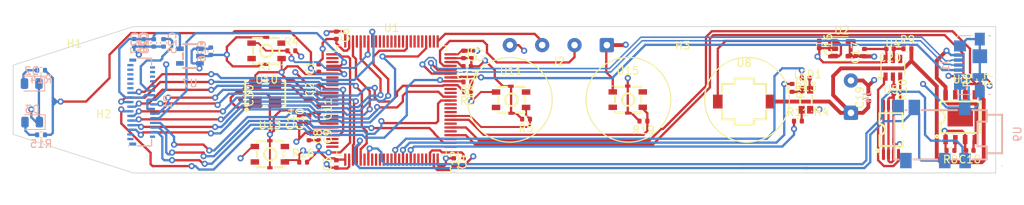
<source format=kicad_pcb>
(kicad_pcb (version 20221018) (generator pcbnew)
  (layers (0 "F.Cu" signal) (1 "In1.Cu" signal) (2 "In2.Cu" signal) (31 "B.Cu" power) (34 "B.Paste" user) (35 "F.Paste" user) (36 "B.SilkS" user "B.Silkscreen") (37 "F.SilkS" user "F.Silkscreen") (38 "B.Mask" user) (39 "F.Mask" user) (44 "Edge.Cuts" user))
  (net 0 "")
  (net 1 "+3.3V")
  (net 2 "/NRST")
  (net 3 "Net-(C12-Pad2)")
  (net 4 "Net-(C13-Pad2)")
  (net 5 "VCC")
  (net 6 "VBUS")
  (net 7 "Net-(U4-VDD)")
  (net 9 "Net-(D2-A)")
  (net 10 "Net-(D3-A)")
  (net 11 "/USB_D-")
  (net 12 "/USB_D+")
  (net 13 "/USB_ID")
  (net 14 "/SWDIO")
  (net 15 "/SWCLK")
  (net 20 "/DCMI_D0")
  (net 21 "/DCMI_D1")
  (net 22 "/DCMI_D2")
  (net 23 "/DCMI_D3")
  (net 24 "/DCMI_D4")
  (net 25 "/DCMI_D5")
  (net 26 "/DCMI_D6")
  (net 27 "/DCMI_D7")
  (net 28 "/CAM_SCL")
  (net 29 "/CAM_SDA")
  (net 30 "/CAM_MCLK")
  (net 31 "/DCMI_HSYNC")
  (net 32 "/DCMI_VSYNC")
  (net 45 "/DVDD")
  (net 46 "/BAT_CHRG")
  (net 47 "/BAT_STDBY")
  (net 48 "Net-(U3-PROG)")
  (net 49 "Net-(U4-VM)")
  (net 50 "/LD1_B")
  (net 51 "/LD1_G")
  (net 52 "/LD1_R")
  (net 53 "/LD2")
  (net 57 "/OSC_IN")
  (net 65 "/AVDD (2V8)")
  (net 101 "Net-(U4-DO)")
  (net 102 "Net-(U4-CO)")
  (net 104 "Net-(U5-D12-Pad1)")
  (net 105 "Net-(LED1---Pad4)")
  (net 106 "Net-(LED1---Pad3)")
  (net 107 "Net-(LED1---Pad1)")
  (net 108 "/DAC")
  (net 109 "GND")
  (net 110 "Net-(U2-EN)")
  (net 111 "/ADC")
  (net 116 "/DCMI_PIXCLK")
  (net 120 "/BOOT0")
  (net 122 "/BTN_MIC")
  (net 123 "/BTN_SCAN")
  (net 124 "/BTN_VOL")
  (footprint "Capacitor_SMD:C_0402_1005Metric" (layer "F.Cu") (at 87.884 107.922 -90)
    (fp_text reference "C11")
    (fp_text value "100n")
  )
  (footprint "Resistor_SMD:R_0402_1005Metric" (layer "F.Cu") (at 173.736 104.14 -90)
    (fp_text reference "R7")
    (fp_text value "1k")
  )
  (footprint "Capacitor_SMD:C_0402_1005Metric" (layer "F.Cu") (at 107.16 102.362 180)
    (fp_text reference "C13")
    (fp_text value "2.2u")
  )
  (footprint "Capacitor_SMD:C_0402_1005Metric" (layer "F.Cu") (at 85.344 109.192 90)
    (fp_text reference "C14")
    (fp_text value "1u")
  )
  (footprint "footprint:SW-SMD_4P-L3.4-W3.4-P2.00-LS4.0_TS3315A160GF" (layer "F.Cu") (at 81.108038 100.346051 180)
    (fp_text reference "U10")
    (fp_text value "TS3315A")
  )
  (footprint "Resistor_SMD:R_0402_1005Metric" (layer "F.Cu") (at 170.944 104.14 -90)
    (fp_text reference "R6")
    (fp_text value "1k")
  )
  (footprint "Capacitor_SMD:C_0402_1005Metric" (layer "F.Cu") (at 107.696 100.81 -90)
    (fp_text reference "C7")
    (fp_text value "4.7u")
  )
  (footprint "footprint:SW-SMD_4P-L3.4-W3.4-P2.00-LS4.0_TS3315A160GF" (layer "F.Cu") (at 112.858038 106.696051)
    (fp_text reference "U11")
    (fp_text value "TS3315A")
  )
  (footprint "footprint:SW-SMD_4P-L3.4-W3.4-P2.00-LS4.0_TS3315A160GF" (layer "F.Cu") (at 128.016 106.68)
    (fp_text reference "U15")
    (fp_text value "TS3315A")
  )
  (footprint "Resistor_SMD:R_0402_1005Metric" (layer "F.Cu") (at 162.56 105.412 -90)
    (fp_text reference "R10")
    (fp_text value "1k")
  )
  (footprint "Resistor_SMD:R_0402_1005Metric" (layer "F.Cu") (at 84.326 100.33)
    (fp_text reference "R4")
    (fp_text value "1k")
  )
  (footprint "Resistor_SMD:R_0402_1005Metric" (layer "F.Cu") (at 107.188 104.394 180)
    (fp_text reference "R3")
    (fp_text value "2k2")
  )
  (footprint "Package_QFP:LQFP-100_14x14mm_P0.5mm" (layer "F.Cu") (at 97.324998 106.8)
    (fp_text reference "U1")
    (fp_text value "STM32H723VET6")
  )
  (footprint "footprint:LED-SMD_4P-L3.0-W1.5-TL-FD" (layer "F.Cu") (at 151.149911 106.699975 -90)
    (fp_text reference "LED1")
    (fp_text value "E6C1206RGBC3UDA")
  )
  (footprint "Capacitor_SMD:C_0402_1005Metric" (layer "F.Cu") (at 87.884 111.478 -90)
    (fp_text reference "C9")
    (fp_text value "1u")
  )
  (footprint "Resistor_SMD:R_0402_1005Metric" (layer "F.Cu") (at 169.924 113.284 180)
    (fp_text reference "R8")
    (fp_text value "1k2")
  )
  (footprint "Capacitor_SMD:C_0402_1005Metric" (layer "F.Cu") (at 105.41 114.78 -90)
    (fp_text reference "C4")
    (fp_text value "100n")
  )
  (footprint "Capacitor_SMD:C_0402_1005Metric" (layer "F.Cu") (at 77.724 106.144 -90)
    (fp_text reference "C30")
    (fp_text value "0.1u")
  )
  (footprint "Capacitor_SMD:C_0402_1005Metric" (layer "F.Cu") (at 152.886002 99.52 -90)
    (fp_text reference "C16")
    (fp_text value "2.2u")
  )
  (footprint "Resistor_SMD:R_0402_1005Metric" (layer "F.Cu") (at 150.116 109.474)
    (fp_text reference "R11")
    (fp_text value "220")
  )
  (footprint "Resistor_SMD:R_0402_1005Metric" (layer "F.Cu") (at 164.34 100.076)
    (fp_text reference "R9")
    (fp_text value "100")
  )
  (footprint "footprint:TSSOP-8_L4.4-W3.0-P0.65-LS6.4-BL-2" (layer "F.Cu") (at 162.2 110.6)
    (fp_text reference "U5")
    (fp_text value "FS8205A")
  )
  (footprint "Capacitor_SMD:C_0402_1005Metric" (layer "F.Cu") (at 87.884 102.588 90)
    (fp_text reference "C1")
    (fp_text value "100n")
  )
  (footprint "MountingHole:MountingHole_2.2mm_M2" (layer "F.Cu") (at 135.128 102.87)
    (fp_text reference "H3")
    (fp_text value "MountingHole")
  )
  (footprint "Resistor_SMD:R_0402_1005Metric" (layer "F.Cu") (at 149.352 105.156 -90)
    (fp_text reference "R12")
    (fp_text value "220")
  )
  (footprint "Resistor_SMD:R_0402_1005Metric" (layer "F.Cu") (at 114.806 109.22 180)
    (fp_text reference "R5")
    (fp_text value "1k")
  )
  (footprint "Resistor_SMD:R_0402_1005Metric" (layer "F.Cu") (at 130.048 109.474 180)
    (fp_text reference "R19")
    (fp_text value "1k")
  )
  (footprint "Capacitor_SMD:C_0402_1005Metric" (layer "F.Cu") (at 86.614 111.478 -90)
    (fp_text reference "C8")
    (fp_text value "100n")
  )
  (footprint "footprint:SW-SMD_SMK_JPM1040-XXXXFC" (layer "F.Cu") (at 143.133057 106.934)
    (fp_text reference "U8")
    (fp_text value "JPM1040-3913FC")
  )
  (footprint "Capacitor_SMD:C_0402_1005Metric" (layer "F.Cu") (at 106.68 114.78 90)
    (fp_text reference "C12")
    (fp_text value "2.2u")
  )
  (footprint "Capacitor_SMD:C_0402_1005Metric" (layer "F.Cu") (at 86.614 109.192 90)
    (fp_text reference "C10")
    (fp_text value "100n")
  )
  (footprint "Capacitor_SMD:C_0402_1005Metric" (layer "F.Cu") (at 158.75 100.584 90)
    (fp_text reference "C17")
    (fp_text value "2.2u")
  )
  (footprint "MountingHole:MountingHole_2.2mm_M2" (layer "F.Cu") (at 153.162 111.506)
    (fp_text reference "H4")
    (fp_text value "MountingHole")
  )
  (footprint "Capacitor_SMD:C_0402_1005Metric" (layer "F.Cu") (at 162.08 100.076 180)
    (fp_text reference "C20")
    (fp_text value "0.1u")
  )
  (footprint "MountingHole:MountingHole_2.2mm_M2" (layer "F.Cu") (at 59.944 111.76)
    (fp_text reference "H2")
    (fp_text value "MountingHole")
  )
  (footprint "footprint:OSC-SMD_4P-L5.0-W3.2-BL_SG5032" (layer "F.Cu") (at 80.929997 105.899924)
    (fp_text reference "X1")
    (fp_text value "OVETGLJTNF-50MHZ")
  )
  (footprint "Capacitor_SMD:C_0402_1005Metric" (layer "F.Cu") (at 90.17 115.034 90)
    (fp_text reference "C3")
    (fp_text value "100n")
  )
  (footprint "footprint:SOT-23-6_L2.9-W1.6-P0.95-LS2.8-BL" (layer "F.Cu") (at 162.450038 102.549098)
    (fp_text reference "U4")
    (fp_text value "DW01A_C436931")
  )
  (footprint "MountingHole:MountingHole_2.2mm_M2" (layer "F.Cu") (at 56.134 102.616)
    (fp_text reference "H1")
    (fp_text value "MountingHole")
  )
  (footprint "Resistor_SMD:R_0402_1005Metric" (layer "F.Cu") (at 151.132 103.886 180)
    (fp_text reference "R13")
    (fp_text value "220")
  )
  (footprint "Capacitor_SMD:C_0402_1005Metric" (layer "F.Cu") (at 87.884 105.382 90)
    (fp_text reference "C2")
    (fp_text value "100n")
  )
  (footprint "Capacitor_SMD:C_0402_1005Metric" (layer "F.Cu") (at 90.17 98.326 -90)
    (fp_text reference "C6")
    (fp_text value "100n")
  )
  (footprint "Capacitor_SMD:C_0402_1005Metric" (layer "F.Cu") (at 106.68 100.81 -90)
    (fp_text reference "C5")
    (fp_text value "100n")
  )
  (footprint "Connector_Wire:SolderWire-0.25sqmm_1x04_P4.2mm_D0.65mm_OD1.7mm" (layer "F.Cu") (at 125.3 99.6 180)
    (fp_text reference "J2")
    (fp_text value "Conn_01x04")
  )
  (footprint "Package_TO_SOT_SMD:TSOT-23-5" (layer "F.Cu") (at 155.8235 100.076)
    (fp_text reference "U2")
    (fp_text value "ADP7142AUJZ-3.3")
  )
  (footprint "Capacitor_SMD:C_0402_1005Metric" (layer "F.Cu") (at 159.32 106.4 90)
    (fp_text reference "C19")
    (fp_text value "10u")
  )
  (footprint "footprint:ESOP-8_L4.9-W3.9-P1.27-LS6.0-BL-EP" (layer "F.Cu") (at 171.196 108.966)
    (fp_text reference "U3")
    (fp_text value "TP4056_C382139")
  )
  (footprint "Resistor_SMD:R_0402_1005Metric" (layer "F.Cu") (at 85.854 114.808)
    (fp_text reference "R16")
    (fp_text value "1k")
  )
  (footprint "Capacitor_SMD:C_0402_1005Metric" (layer "F.Cu") (at 172.438 113.284 180)
    (fp_text reference "C18")
    (fp_text value "0.1u")
  )
  (footprint "footprint:SW-SMD_4P-L3.4-W3.4-P2.00-LS4.0_TS3315A160GF" (layer "F.Cu") (at 81.534 113.776051)
    (fp_text reference "U13")
    (fp_text value "TS3315A")
  )
  (footprint "Resistor_SMD:R_0402_1005Metric" (layer "F.Cu") (at 107.19 105.664 180)
    (fp_text reference "R2")
    (fp_text value "2k2")
  )
  (footprint "Capacitor_SMD:C_0402_1005Metric" (layer "B.Cu") (at 67.722 99.314 90)
    (fp_text reference "C25")
    (fp_text value "0.1u")
  )
  (footprint "Capacitor_SMD:C_0402_1005Metric" (layer "B.Cu") (at 65.182 99.314 -90)
    (fp_text reference "C27")
    (fp_text value "1u")
  )
  (footprint "Connector_USB:USB_Micro-B_Molex_47346-0001" (layer "B.Cu") (at 172.536 102.195 -90)
    (fp_text reference "J1")
    (fp_text value "USB_B_Micro")
  )
  (footprint "Capacitor_SMD:C_0402_1005Metric" (layer "B.Cu") (at 73.850206 100.396 -90)
    (fp_text reference "C26")
    (fp_text value "1u")
  )
  (footprint "footprint:SOT-23-5_L3.0-W1.7-P0.95-LS2.8-BR" (layer "B.Cu") (at 71.150102 101.025962)
    (fp_text reference "U7")
    (fp_text value "ME6211C28M5G")
  )
  (footprint "Capacitor_SMD:C_0402_1005Metric" (layer "B.Cu") (at 66.452 99.314 -90)
    (fp_text reference "C28")
    (fp_text value "0.1u")
  )
  (footprint "Resistor_SMD:R_0402_1005Metric" (layer "B.Cu") (at 51.816 111.252)
    (fp_text reference "R15")
    (fp_text value "220")
  )
  (footprint "LED_SMD:LED_0805_2012Metric" (layer "B.Cu") (at 50.6 104.6 180)
    (fp_text reference "D2")
    (fp_text value "LED")
  )
  (footprint "footprint:AUDIO-SMD_HOOYA_PJ-31060" (layer "B.Cu") (at 167.483797 111.146089 90)
    (fp_text reference "U9")
    (fp_text value "PJ-31060")
  )
  (footprint "Capacitor_SMD:C_0402_1005Metric" (layer "B.Cu") (at 63.912 99.286 90)
    (fp_text reference "C29")
    (fp_text value "0.1u")
  )
  (footprint "Connector_Wire:SolderWire-0.25sqmm_1x02_P4.2mm_D0.65mm_OD1.7mm" (layer "B.Cu") (at 157 108.4 90)
    (fp_text reference "J4")
    (fp_text value "Conn_01x02_Pin")
  )
  (footprint "footprint:FPC-SMD_FH26W-33S-0.3SHW-60" (layer "B.Cu") (at 64.855113 107 90)
    (fp_text reference "P1")
    (fp_text value "FH26W-33S-0_3SHW(60)")
  )
  (footprint "Resistor_SMD:R_0402_1005Metric" (layer "B.Cu") (at 51.816 102.87)
    (fp_text reference "R14")
    (fp_text value "220")
  )
  (footprint "LED_SMD:LED_0805_2012Metric" (layer "B.Cu") (at 50.662498 109.6 180)
    (fp_text reference "D3")
    (fp_text value "LED")
  )
  (gr_circle (center 143.499998 106.7) (end 148.999998 106.7) (stroke (width 0.15)) (fill none) (layer "F.SilkS"))
  (gr_circle (center 128.099998 106.7) (end 133.599998 106.7) (stroke (width 0.15)) (fill none) (layer "F.SilkS"))
  (gr_circle (center 112.699998 106.7) (end 118.199998 106.7) (stroke (width 0.15)) (fill none) (layer "F.SilkS"))
  (gr_line (start 63.799998 97.2) (end 175.799998 97.2) (stroke (width 0.1)) (layer "Edge.Cuts"))
  (gr_line (start 175.799998 97.2) (end 175.8 116.2) (stroke (width 0.1)) (layer "Edge.Cuts"))
  (gr_line (start 175.8 116.2) (end 63.799998 116.2) (stroke (width 0.1)) (layer "Edge.Cuts"))
  (gr_line (start 63.799998 97.2) (end 48.199998 102.2) (stroke (width 0.1)) (layer "Edge.Cuts"))
  (gr_line (start 48.199998 111.2) (end 63.799998 116.2) (stroke (width 0.1)) (layer "Edge.Cuts"))
  (gr_line (start 48.199998 102.2) (end 48.199998 111.2) (stroke (width 0.1)) (layer "Edge.Cuts"))
  (segment (start 85.134661 102.362) (end 83.82 102.362) (width 0.3) (layer "F.Cu") (net 1))
  (segment (start 105.956 100.8) (end 106.426 100.33) (width 0.25) (layer "F.Cu") (net 1))
  (segment (start 87.884 103.068) (end 87.586 103.366) (width 0.3) (layer "F.Cu") (net 1))
  (segment (start 125.222 103.124) (end 125.222 99.678) (width 0.3) (layer "F.Cu") (net 1))
  (segment (start 104.394 115.062) (end 104.394 114.3) (width 0.3) (layer "F.Cu") (net 1))
  (segment (start 152.85805 107.99995) (end 152.908 107.95) (width 0.3) (layer "F.Cu") (net 1))
  (segment (start 87.884 103.068) (end 87.884 103.124) (width 0.3) (layer "F.Cu") (net 1))
  (segment (start 85.344 111.778498) (end 86.124498 110.998) (width 0.3) (layer "F.Cu") (net 1))
  (segment (start 91.824998 115.376041) (end 91.576039 115.625) (width 0.3) (layer "F.Cu") (net 1))
  (segment (start 156.961 101.026) (end 158.712 101.026) (width 0.5) (layer "F.Cu") (net 1))
  (segment (start 87.946 105.8) (end 87.884 105.862) (width 0.3) (layer "F.Cu") (net 1))
  (segment (start 80.071988 103.124) (end 83.058 103.124) (width 0.3) (layer "F.Cu") (net 1))
  (segment (start 87.586 103.366) (end 86.138661 103.366) (width 0.3) (layer "F.Cu") (net 1))
  (segment (start 79.659994 104.799848) (end 78.588152 104.799848) (width 0.3) (layer "F.Cu") (net 1))
  (segment (start 127.692556 99.6) (end 127.743278 99.549278) (width 0.5) (layer "F.Cu") (net 1))
  (segment (start 103.324998 114.475) (end 103.324998 115.168935) (width 0.3) (layer "F.Cu") (net 1))
  (segment (start 86.614 109.672) (end 86.614 109.728) (width 0.3) (layer "F.Cu") (net 1))
  (segment (start 86.614 110.998) (end 86.124498 110.998) (width 0.3) (layer "F.Cu") (net 1))
  (segment (start 79.659994 103.535994) (end 80.071988 103.124) (width 0.3) (layer "F.Cu") (net 1))
  (segment (start 89.649998 105.8) (end 87.946 105.8) (width 0.3) (layer "F.Cu") (net 1))
  (segment (start 175.006 104.394) (end 175.006 104.902) (width 0.3) (layer "F.Cu") (net 1))
  (segment (start 169.7075 103.63) (end 170.944 103.63) (width 0.3) (layer "F.Cu") (net 1))
  (segment (start 107.698 106.934) (end 107.698 104.394) (width 0.3) (layer "F.Cu") (net 1))
  (segment (start 87.186 110.3) (end 89.649998 110.3) (width 0.3) (layer "F.Cu") (net 1))
  (segment (start 83.82 104.14) (end 83.058 103.378) (width 0.3) (layer "F.Cu") (net 1))
  (segment (start 174.242 103.63) (end 175.006 104.394) (width 0.3) (layer "F.Cu") (net 1))
  (segment (start 77.216 105.664) (end 77.724 105.664) (width 0.3) (layer "F.Cu") (net 1))
  (segment (start 86.36 105.918) (end 84.582 104.14) (width 0.3) (layer "F.Cu") (net 1))
  (segment (start 85.344 109.672) (end 86.614 109.672) (width 0.3) (layer "F.Cu") (net 1))
  (segment (start 87.884 103.068) (end 88.116 103.3) (width 0.3) (layer "F.Cu") (net 1))
  (segment (start 158.712 101.026) (end 158.75 101.064) (width 0.5) (layer "F.Cu") (net 1))
  (segment (start 86.614 109.728) (end 87.186 110.3) (width 0.3) (layer "F.Cu") (net 1))
  (segment (start 173.736 103.63) (end 174.242 103.63) (width 0.3) (layer "F.Cu") (net 1))
  (segment (start 88.116 103.3) (end 89.649998 103.3) (width 0.3) (layer "F.Cu") (net 1))
  (segment (start 78.588152 104.799848) (end 77.724 105.664) (width 0.3) (layer "F.Cu") (net 1))
  (segment (start 78.963994 107.696) (end 77.216 107.696) (width 0.3) (layer "F.Cu") (net 1))
  (segment (start 88.082 110.8) (end 87.884 110.998) (width 0.3) (layer "F.Cu") (net 1))
  (segment (start 79.659994 107) (end 78.963994 107.696) (width 0.3) (layer "F.Cu") (net 1))
  (segment (start 85.344 111.778498) (end 84.972249 112.150249) (width 0.3) (layer "F.Cu") (net 1))
  (segment (start 158.75 101.064) (end 159.992 101.064) (width 0.5) (layer "F.Cu") (net 1))
  (segment (start 79.584038 112.776) (end 79.248 112.776) (width 0.25) (layer "F.Cu") (net 1))
  (segment (start 83.82 102.362) (end 83.058 103.124) (width 0.3) (layer "F.Cu") (net 1))
  (segment (start 110.908076 105.696) (end 108.936 105.696) (width 0.25) (layer "F.Cu") (net 1))
  (segment (start 83.058 103.378) (end 83.058 103.124) (width 0.3) (layer "F.Cu") (net 1))
  (segment (start 77.216 107.696) (end 76.454 106.934) (width 0.3) (layer "F.Cu") (net 1))
  (segment (start 87.828 105.918) (end 87.884 105.862) (width 0.3) (layer "F.Cu") (net 1))
  (segment (start 107.696 100.33) (end 108.458 100.33) (width 0.5) (layer "F.Cu") (net 1))
  (segment (start 79.659994 104.799848) (end 79.659994 103.535994) (width 0.3) (layer "F.Cu") (net 1))
  (segment (start 103.472063 115.316) (end 104.14 115.316) (width 0.3) (layer "F.Cu") (net 1))
  (segment (start 76.454 106.426) (end 77.216 105.664) (width 0.3) (layer "F.Cu") (net 1))
  (segment (start 90.17 115.514) (end 89.352 115.514) (width 0.3) (layer "F.Cu") (net 1))
  (segment (start 169.672 103.5945) (end 169.7075 103.63) (width 0.3) (layer "F.Cu") (net 1))
  (segment (start 86.36 105.918) (end 87.828 105.918) (width 0.3) (layer "F.Cu") (net 1))
  (segment (start 104.14 115.316) (end 104.394 115.062) (width 0.3) (layer "F.Cu") (net 1))
  (segment (start 89.098 97.846) (end 88.9 98.044) (width 0.3) (layer "F.Cu") (net 1))
  (segment (start 85.344 111.778498) (end 85.344 109.672) (width 0.3) (layer "F.Cu") (net 1))
  (segment (start 125.222 99.678) (end 125.3 99.6) (width 0.3) (layer "F.Cu") (net 1))
  (segment (start 125.3 99.6) (end 127.692556 99.6) (width 0.5) (layer "F.Cu") (net 1))
  (segment (start 104.999998 100.8) (end 105.956 100.8) (width 0.25) (layer "F.Cu") (net 1))
  (segment (start 79.248 112.776) (end 77.724 114.3) (width 0.25) (layer "F.Cu") (net 1))
  (segment (start 108.936 105.696) (end 107.698 106.934) (width 0.25) (layer "F.Cu") (net 1))
  (segment (start 126.066038 103.968038) (end 125.222 103.124) (width 0.3) (layer "F.Cu") (net 1))
  (segment (start 91.324998 98.182998) (end 90.932 97.79) (width 0.3) (layer "F.Cu") (net 1))
  (segment (start 91.824998 114.475) (end 91.824998 115.376041) (width 0.3) (layer "F.Cu") (net 1))
  (segment (start 159.992 101.064) (end 160.02 101.092) (width 0.5) (layer "F.Cu") (net 1))
  (segment (start 156.961 99.126) (end 156.961 101.026) (width 0.5) (layer "F.Cu") (net 1))
  (segment (start 91.576039 115.625) (end 90.281 115.625) (width 0.3) (layer "F.Cu") (net 1))
  (segment (start 103.324998 115.168935) (end 103.472063 115.316) (width 0.3) (layer "F.Cu") (net 1))
  (segment (start 91.324998 99.125) (end 91.324998 98.182998) (width 0.3) (layer "F.Cu") (net 1))
  (segment (start 83.058 101.346102) (end 83.058 103.124) (width 0.25) (layer "F.Cu") (net 1))
  (segment (start 86.138661 103.366) (end 85.134661 102.362) (width 0.3) (layer "F.Cu") (net 1))
  (segment (start 90.932 97.79) (end 90.226 97.79) (width 0.3) (layer "F.Cu") (net 1))
  (segment (start 90.17 97.846) (end 89.098 97.846) (width 0.3) (layer "F.Cu") (net 1))
  (segment (start 106.68 100.33) (end 107.696 100.33) (width 0.5) (layer "F.Cu") (net 1))
  (segment (start 90.226 97.79) (end 90.17 97.846) (width 0.3) (layer "F.Cu") (net 1))
  (segment (start 89.352 115.514) (end 88.9 115.062) (width 0.3) (layer "F.Cu") (net 1))
  (segment (start 84.582 104.14) (end 83.82 104.14) (width 0.3) (layer "F.Cu") (net 1))
  (segment (start 87.884 110.998) (end 86.614 110.998) (width 0.3) (layer "F.Cu") (net 1))
  (segment (start 76.454 106.934) (end 76.454 106.426) (width 0.3) (layer "F.Cu") (net 1))
  (segment (start 126.066038 105.679949) (end 126.066038 103.968038) (width 0.3) (layer "F.Cu") (net 1))
  (segment (start 89.649998 110.8) (end 88.082 110.8) (width 0.3) (layer "F.Cu") (net 1))
  (segment (start 90.281 115.625) (end 90.17 115.514) (width 0.3) (layer "F.Cu") (net 1))
  (segment (start 105.41 114.3) (end 104.394 114.3) (width 0.3) (layer "F.Cu") (net 1))
  (segment (start 151.699822 107.99995) (end 152.85805 107.99995) (width 0.3) (layer "F.Cu") (net 1))
  (via (at 127.743278 99.549278) (size 0.8) (drill 0.4) (layers "F.Cu" "B.Cu") (net 1))
  (via (at 169.672 103.5945) (size 0.8) (drill 0.4) (layers "F.Cu" "B.Cu") (net 1))
  (via (at 108.458 100.33) (size 0.8) (drill 0.4) (layers "F.Cu" "B.Cu") (net 1))
  (via (at 152.908 107.95) (size 0.8) (drill 0.4) (layers "F.Cu" "B.Cu") (net 1))
  (via (at 83.058 103.124) (size 0.8) (drill 0.4) (layers "F.Cu" "B.Cu") (net 1))
  (via (at 84.972249 112.150249) (size 0.8) (drill 0.4) (layers "F.Cu" "B.Cu") (net 1))
  (via (at 107.698 106.934) (size 0.8) (drill 0.4) (layers "F.Cu" "B.Cu") (net 1))
  (via (at 88.9 98.044) (size 0.8) (drill 0.4) (layers "F.Cu" "B.Cu") (net 1))
  (via (at 160.02 101.092) (size 0.8) (drill 0.4) (layers "F.Cu" "B.Cu") (net 1))
  (via (at 175.006 104.902) (size 0.8) (drill 0.4) (layers "F.Cu" "B.Cu") (net 1))
  (via (at 104.394 114.3) (size 0.8) (drill 0.4) (layers "F.Cu" "B.Cu") (net 1))
  (via (at 88.9 115.062) (size 0.8) (drill 0.4) (layers "F.Cu" "B.Cu") (net 1))
  (via (at 72.39 102.616) (size 0.8) (drill 0.4) (layers "F.Cu" "B.Cu") (net 1))
  (via (at 77.724 114.3) (size 0.8) (drill 0.4) (layers "F.Cu" "B.Cu") (net 1))
  (segment (start 72.450204 102.555796) (end 72.39 102.616) (width 0.3) (layer "B.Cu") (net 1))
  (segment (start 71.374 100.352204) (end 71.374 101.854) (width 0.3) (layer "B.Cu") (net 1))
  (segment (start 71.650204 100.076) (end 71.374 100.352204) (width 0.3) (layer "B.Cu") (net 1))
  (segment (start 73.690206 100.076) (end 73.850206 99.916) (width 0.3) (layer "B.Cu") (net 1))
  (segment (start 71.374 101.854) (end 71.495924 101.975924) (width 0.3) (layer "B.Cu") (net 1))
  (segment (start 72.450204 101.975924) (end 72.450204 102.555796) (width 0.3) (layer "B.Cu") (net 1))
  (segment (start 72.450204 100.076) (end 71.650204 100.076) (width 0.3) (layer "B.Cu") (net 1))
  (segment (start 71.495924 101.975924) (end 72.450204 101.975924) (width 0.3) (layer "B.Cu") (net 1))
  (segment (start 72.450204 100.076) (end 73.690206 100.076) (width 0.3) (layer "B.Cu") (net 1))
  (segment (start 88.026 107.3) (end 87.884 107.442) (width 0.3) (layer "F.Cu") (net 2))
  (segment (start 89.649998 107.3) (end 88.026 107.3) (width 0.3) (layer "F.Cu") (net 2))
  (segment (start 103.886 113.538) (end 106.426 113.538) (width 0.3) (layer "F.Cu") (net 3))
  (segment (start 103.632 113.284) (end 103.886 113.538) (width 0.3) (layer "F.Cu") (net 3))
  (segment (start 106.68 113.792) (end 106.68 114.3) (width 0.3) (layer "F.Cu") (net 3))
  (segment (start 102.614957 113.284) (end 103.632 113.284) (width 0.3) (layer "F.Cu") (net 3))
  (segment (start 102.324998 113.573959) (end 102.614957 113.284) (width 0.3) (layer "F.Cu") (net 3))
  (segment (start 102.324998 114.475) (end 102.324998 113.573959) (width 0.3) (layer "F.Cu") (net 3))
  (segment (start 106.426 113.538) (end 106.68 113.792) (width 0.3) (layer "F.Cu") (net 3))
  (segment (start 105.901039 101.8) (end 106.426 102.324961) (width 0.3) (layer "F.Cu") (net 4))
  (segment (start 106.426 102.324961) (end 106.426 102.362) (width 0.3) (layer "F.Cu") (net 4))
  (segment (start 104.999998 101.8) (end 105.901039 101.8) (width 0.3) (layer "F.Cu") (net 4))
  (segment (start 174.244 114.554) (end 174.244 106.68) (width 0.5) (layer "F.Cu") (net 5))
  (segment (start 163.886006 102.616) (end 155.702 102.616) (width 0.5) (layer "F.Cu") (net 5))
  (segment (start 173.99 114.808) (end 174.244 114.554) (width 0.5) (layer "F.Cu") (net 5))
  (segment (start 154.686 103.632) (end 154.686 106.086) (width 0.5) (layer "F.Cu") (net 5))
  (segment (start 168.656 114.808) (end 173.99 114.808) (width 0.5) (layer "F.Cu") (net 5))
  (segment (start 154.686 106.086) (end 157 108.4) (width 0.5) (layer "F.Cu") (net 5))
  (segment (start 168.148 114.3) (end 168.656 114.808) (width 0.5) (layer "F.Cu") (net 5))
  (segment (start 173.621694 106.057694) (end 173.101004 106.057694) (width 0.5) (layer "F.Cu") (net 5))
  (segment (start 164.85 101.652006) (end 168.148 104.950006) (width 0.5) (layer "F.Cu") (net 5))
  (segment (start 157 108.4) (end 158.554 108.4) (width 0.5) (layer "F.Cu") (net 5))
  (segment (start 154.178 106.934) (end 146.558 106.934) (width 0.5) (layer "F.Cu") (net 5))
  (segment (start 174.244 106.68) (end 173.621694 106.057694) (width 0.5) (layer "F.Cu") (net 5))
  (segment (start 164.85 100.076) (end 164.85 101.652006) (width 0.5) (layer "F.Cu") (net 5))
  (segment (start 168.148 104.950006) (end 168.148 114.3) (width 0.5) (layer "F.Cu") (net 5))
  (segment (start 155.644 108.4) (end 154.178 106.934) (width 0.5) (layer "F.Cu") (net 5))
  (segment (start 155.702 102.616) (end 154.686 103.632) (width 0.5) (layer "F.Cu") (net 5))
  (segment (start 159.258 106.942) (end 159.32 106.88) (width 0.5) (layer "F.Cu") (net 5))
  (segment (start 157 108.4) (end 155.644 108.4) (width 0.5) (layer "F.Cu") (net 5))
  (segment (start 158.554 108.4) (end 159.258 107.696) (width 0.5) (layer "F.Cu") (net 5))
  (segment (start 164.85 101.652006) (end 163.886006 102.616) (width 0.5) (layer "F.Cu") (net 5))
  (segment (start 159.258 107.696) (end 159.258 106.942) (width 0.5) (layer "F.Cu") (net 5))
  (segment (start 169.290996 106.057694) (end 169.290996 105.028996) (width 0.5) (layer "F.Cu") (net 6))
  (segment (start 169.290996 105.028996) (end 168.148 103.886) (width 0.5) (layer "F.Cu") (net 6))
  (segment (start 173.296 111.67931) (end 173.101004 111.874306) (width 0.5) (layer "F.Cu") (net 6))
  (segment (start 169.290996 106.057694) (end 169.290996 106.806996) (width 0.5) (layer "F.Cu") (net 6))
  (segment (start 173.296 107.316) (end 173.296 111.67931) (width 0.5) (layer "F.Cu") (net 6))
  (segment (start 169.672 107.188) (end 173.168 107.188) (width 0.5) (layer "F.Cu") (net 6))
  (segment (start 169.290996 106.806996) (end 169.672 107.188) (width 0.5) (layer "F.Cu") (net 6))
  (segment (start 172.918 112.05731) (end 173.101004 111.874306) (width 0.3) (layer "F.Cu") (net 6))
  (segment (start 168.148 103.886) (end 168.148 101.6) (width 0.5) (layer "F.Cu") (net 6))
  (segment (start 172.918 113.284) (end 172.918 112.05731) (width 0.3) (layer "F.Cu") (net 6))
  (segment (start 173.168 107.188) (end 173.296 107.316) (width 0.5) (layer "F.Cu") (net 6))
  (segment (start 168.148 101.6) (end 169.418 100.33) (width 0.5) (layer "F.Cu") (net 6))
  (via (at 169.418 100.33) (size 0.8) (drill 0.4) (layers "F.Cu" "B.Cu") (net 6))
  (segment (start 169.983 100.895) (end 169.418 100.33) (width 0.3) (layer "B.Cu") (net 6))
  (segment (start 171.076 100.895) (end 169.983 100.895) (width 0.3) (layer "B.Cu") (net 6))
  (segment (start 162.56 101.290038) (end 162.450038 101.4) (width 0.3) (layer "F.Cu") (net 7))
  (segment (start 162.56 100.076) (end 163.83 100.076) (width 0.3) (layer "F.Cu") (net 7))
  (segment (start 162.56 100.076) (end 162.56 101.290038) (width 0.3) (layer "F.Cu") (net 7))
  (segment (start 49.53 104.4675) (end 49.6625 104.6) (width 0.3) (layer "B.Cu") (net 9))
  (segment (start 49.53 103.378) (end 49.53 104.4675) (width 0.3) (layer "B.Cu") (net 9))
  (segment (start 51.306 102.87) (end 50.038 102.87) (width 0.3) (layer "B.Cu") (net 9))
  (segment (start 50.038 102.87) (end 49.53 103.378) (width 0.3) (layer "B.Cu") (net 9))
  (segment (start 51.306 111.252) (end 50.292 111.252) (width 0.3) (layer "B.Cu") (net 10))
  (segment (start 49.784 109.659002) (end 49.724998 109.6) (width 0.3) (layer "B.Cu") (net 10))
  (segment (start 49.784 110.744) (end 49.784 109.659002) (width 0.3) (layer "B.Cu") (net 10))
  (segment (start 50.292 111.252) (end 49.784 110.744) (width 0.3) (layer "B.Cu") (net 10))
  (segment (start 102.538 103.3) (end 101.346 102.108) (width 0.3) (layer "F.Cu") (net 11))
  (segment (start 104.999998 103.3) (end 102.538 103.3) (width 0.3) (layer "F.Cu") (net 11))
  (via (at 101.346 102.108) (size 0.8) (drill 0.4) (layers "F.Cu" "B.Cu") (net 11))
  (segment (start 166.2092 98.581) (end 129.7008 98.581) (width 0.2) (layer "B.Cu") (net 11))
  (segment (start 102.164706 101.222427) (end 101.346 102.041133) (width 0.2) (layer "B.Cu") (net 11))
  (segment (start 169.940999 101.645) (end 169.2732 101.645) (width 0.2) (layer "B.Cu") (net 11))
  (segment (start 103.154656 101.632477) (end 102.744606 101.222427) (width 0.2) (layer "B.Cu") (net 11))
  (segment (start 102.744606 101.222427) (end 102.164706 101.222427) (width 0.2) (layer "B.Cu") (net 11))
  (segment (start 129.7008 98.581) (end 125.6368 102.645) (width 0.2) (layer "B.Cu") (net 11))
  (segment (start 170.040999 101.545) (end 169.940999 101.645) (width 0.2) (layer "B.Cu") (net 11))
  (segment (start 101.346 102.041133) (end 101.346 102.108) (width 0.2) (layer "B.Cu") (net 11))
  (segment (start 103.154656 102.421656) (end 103.154656 101.632477) (width 0.2) (layer "B.Cu") (net 11))
  (segment (start 171.076 101.545) (end 170.040999 101.545) (width 0.2) (layer "B.Cu") (net 11))
  (segment (start 169.2732 101.645) (end 166.2092 98.581) (width 0.2) (layer "B.Cu") (net 11))
  (segment (start 103.378 102.645) (end 103.154656 102.421656) (width 0.2) (layer "B.Cu") (net 11))
  (segment (start 125.6368 102.645) (end 103.378 102.645) (width 0.2) (layer "B.Cu") (net 11))
  (segment (start 102.616 102.108) (end 102.616 102.083771) (width 0.3) (layer "F.Cu") (net 12))
  (segment (start 102.616 102.083771) (end 102.454656 101.922427) (width 0.3) (layer "F.Cu") (net 12))
  (segment (start 104.999998 102.8) (end 103.308 102.8) (width 0.3) (layer "F.Cu") (net 12))
  (segment (start 103.308 102.8) (end 102.616 102.108) (width 0.3) (layer "F.Cu") (net 12))
  (via (at 102.454656 101.922427) (size 0.8) (drill 0.4) (layers "F.Cu" "B.Cu") (net 12))
  (segment (start 171.076 102.195) (end 170.040999 102.195) (width 0.2) (layer "B.Cu") (net 12))
  (segment (start 129.8872 99.031) (end 125.8232 103.095) (width 0.2) (layer "B.Cu") (net 12))
  (segment (start 102.921908 103.095) (end 102.454656 102.627748) (width 0.2) (layer "B.Cu") (net 12))
  (segment (start 166.0228 99.031) (end 129.8872 99.031) (width 0.2) (layer "B.Cu") (net 12))
  (segment (start 169.940999 102.095) (end 169.0868 102.095) (width 0.2) (layer "B.Cu") (net 12))
  (segment (start 169.0868 102.095) (end 166.0228 99.031) (width 0.2) (layer "B.Cu") (net 12))
  (segment (start 170.040999 102.195) (end 169.940999 102.095) (width 0.2) (layer "B.Cu") (net 12))
  (segment (start 125.8232 103.095) (end 102.921908 103.095) (width 0.2) (layer "B.Cu") (net 12))
  (segment (start 102.454656 102.627748) (end 102.454656 101.922427) (width 0.2) (layer "B.Cu") (net 12))
  (segment (start 104.999998 103.8) (end 106.266106 103.8) (width 0.3) (layer "F.Cu") (net 13))
  (segment (start 106.266106 103.8) (end 106.342106 103.724) (width 0.3) (layer "F.Cu") (net 13))
  (segment (start 108.8955 103.724) (end 108.966 103.7945) (width 0.3) (layer "F.Cu") (net 13))
  (segment (start 106.342106 103.724) (end 108.8955 103.724) (width 0.3) (layer "F.Cu") (net 13))
  (via (at 108.966 103.7945) (size 0.8) (drill 0.4) (layers "F.Cu" "B.Cu") (net 13))
  (segment (start 165.608 99.568) (end 130.302 99.568) (width 0.3) (layer "B.Cu") (net 13))
  (segment (start 125.984 103.886) (end 109.0575 103.886) (width 0.3) (layer "B.Cu") (net 13))
  (segment (start 171.076 102.845) (end 168.885 102.845) (width 0.3) (layer "B.Cu") (net 13))
  (segment (start 130.302 99.568) (end 125.984 103.886) (width 0.3) (layer "B.Cu") (net 13))
  (segment (start 168.885 102.845) (end 165.608 99.568) (width 0.3) (layer "B.Cu") (net 13))
  (segment (start 109.0575 103.886) (end 108.966 103.7945) (width 0.3) (layer "B.Cu") (net 13))
  (segment (start 103.632 101.833043) (end 103.632 100.33) (width 0.3) (layer "F.Cu") (net 14))
  (segment (start 120.396 101.854) (end 121.1 101.15) (width 0.3) (layer "F.Cu") (net 14))
  (segment (start 109.728 100.584) (end 110.998 101.854) (width 0.3) (layer "F.Cu") (net 14))
  (segment (start 104.902 99.06) (end 109.22 99.06) (width 0.3) (layer "F.Cu") (net 14))
  (segment (start 110.998 101.854) (end 120.396 101.854) (width 0.3) (layer "F.Cu") (net 14))
  (segment (start 109.22 99.06) (end 109.728 99.568) (width 0.3) (layer "F.Cu") (net 14))
  (segment (start 121.1 101.15) (end 121.1 99.6) (width 0.3) (layer "F.Cu") (net 14))
  (segment (start 103.632 100.33) (end 104.902 99.06) (width 0.3) (layer "F.Cu") (net 14))
  (segment (start 104.999998 102.3) (end 104.098957 102.3) (width 0.3) (layer "F.Cu") (net 14))
  (segment (start 109.728 99.568) (end 109.728 100.584) (width 0.3) (layer "F.Cu") (net 14))
  (segment (start 104.098957 102.3) (end 103.632 101.833043) (width 0.3) (layer "F.Cu") (net 14))
  (segment (start 115.926 98.146) (end 116.9 99.12) (width 0.3) (layer "F.Cu") (net 15))
  (segment (start 103.324998 99.125) (end 104.303998 98.146) (width 0.3) (layer "F.Cu") (net 15))
  (segment (start 116.9 99.12) (end 116.9 99.6) (width 0.3) (layer "F.Cu") (net 15))
  (segment (start 104.303998 98.146) (end 115.926 98.146) (width 0.3) (layer "F.Cu") (net 15))
  (segment (start 72.39 114.554) (end 72.847455 115.011455) (width 0.3) (layer "F.Cu") (net 20))
  (segment (start 103.124 109.728) (end 96.266 109.728) (width 0.3) (layer "F.Cu") (net 20))
  (segment (start 96.266 109.728) (end 96.012 109.474) (width 0.3) (layer "F.Cu") (net 20))
  (segment (start 103.378 107.188) (end 103.766 106.8) (width 0.3) (layer "F.Cu") (net 20))
  (segment (start 68.834 114.554) (end 72.39 114.554) (width 0.3) (layer "F.Cu") (net 20))
  (segment (start 103.124 109.728) (end 103.378 109.474) (width 0.3) (layer "F.Cu") (net 20))
  (segment (start 72.847455 115.011455) (end 73.074838 115.011455) (width 0.3) (layer "F.Cu") (net 20))
  (segment (start 103.378 109.474) (end 103.378 107.188) (width 0.3) (layer "F.Cu") (net 20))
  (segment (start 103.766 106.8) (end 104.999998 106.8) (width 0.3) (layer "F.Cu") (net 20))
  (via (at 68.834 114.554) (size 0.8) (drill 0.4) (layers "F.Cu" "B.Cu") (net 20))
  (via (at 73.074838 115.011455) (size 0.8) (drill 0.4) (layers "F.Cu" "B.Cu") (net 20))
  (via (at 96.012 109.474) (size 0.8) (drill 0.4) (layers "F.Cu" "B.Cu") (net 20))
  (segment (start 66.919006 110.9) (end 67.564 111.544994) (width 0.3) (layer "B.Cu") (net 20))
  (segment (start 93.726 110.744) (end 94.109909 111.127909) (width 0.3) (layer "B.Cu") (net 20))
  (segment (start 94.109909 111.127909) (end 95.120091 111.127909) (width 0.3) (layer "B.Cu") (net 20))
  (segment (start 86.191788 109.95) (end 86.985788 110.744) (width 0.3) (layer "B.Cu") (net 20))
  (segment (start 79.050191 109.95) (end 86.191788 109.95) (width 0.3) (layer "B.Cu") (net 20))
  (segment (start 73.074838 115.011455) (end 73.988736 115.011455) (width 0.3) (layer "B.Cu") (net 20))
  (segment (start 73.988736 115.011455) (end 79.050191 109.95) (width 0.3) (layer "B.Cu") (net 20))
  (segment (start 66.294 110.9) (end 66.919006 110.9) (width 0.3) (layer "B.Cu") (net 20))
  (segment (start 86.985788 110.744) (end 93.726 110.744) (width 0.3) (layer "B.Cu") (net 20))
  (segment (start 96.012 110.236) (end 96.012 109.474) (width 0.3) (layer "B.Cu") (net 20))
  (segment (start 95.120091 111.127909) (end 96.012 110.236) (width 0.3) (layer "B.Cu") (net 20))
  (segment (start 67.564 114.3) (end 67.818 114.554) (width 0.3) (layer "B.Cu") (net 20))
  (segment (start 67.818 114.554) (end 68.834 114.554) (width 0.3) (layer "B.Cu") (net 20))
  (segment (start 67.564 111.544994) (end 67.564 114.3) (width 0.3) (layer "B.Cu") (net 20))
  (segment (start 98.044 107.696) (end 95.508365 107.696) (width 0.3) (layer "F.Cu") (net 21))
  (segment (start 104.999998 106.3) (end 104.058661 106.3) (width 0.3) (layer "F.Cu") (net 21))
  (segment (start 98.806 106.172) (end 98.806 106.934) (width 0.3) (layer "F.Cu") (net 21))
  (segment (start 64.77 111.252) (end 65.081636 110.940364) (width 0.3) (layer "F.Cu") (net 21))
  (segment (start 104.058661 106.3) (end 103.422661 105.664) (width 0.3) (layer "F.Cu") (net 21))
  (segment (start 99.314 105.664) (end 98.806 106.172) (width 0.3) (layer "F.Cu") (net 21))
  (segment (start 98.806 106.934) (end 98.044 107.696) (width 0.3) (layer "F.Cu") (net 21))
  (segment (start 65.081636 110.940364) (end 73.856364 110.940364) (width 0.3) (layer "F.Cu") (net 21))
  (segment (start 103.422661 105.664) (end 99.314 105.664) (width 0.3) (layer "F.Cu") (net 21))
  (segment (start 95.508365 107.696) (end 95.460413 107.648048) (width 0.3) (layer "F.Cu") (net 21))
  (segment (start 73.867576 110.951576) (end 73.867576 111.067636) (width 0.3) (layer "F.Cu") (net 21))
  (segment (start 73.856364 110.940364) (end 73.867576 110.951576) (width 0.3) (layer "F.Cu") (net 21))
  (via (at 64.77 111.252) (size 0.8) (drill 0.4) (layers "F.Cu" "B.Cu") (net 21))
  (via (at 73.867576 111.067636) (size 0.8) (drill 0.4) (layers "F.Cu" "B.Cu") (net 21))
  (via (at 95.460413 107.648048) (size 0.8) (drill 0.4) (layers "F.Cu" "B.Cu") (net 21))
  (segment (start 86.490256 107.95) (end 87.506256 108.966) (width 0.3) (layer "B.Cu") (net 21))
  (segment (start 91.113631 109.147631) (end 94.34009 109.147631) (width 0.3) (layer "B.Cu") (net 21))
  (segment (start 75.104131 111.067636) (end 76.4095 109.762267) (width 0.3) (layer "B.Cu") (net 21))
  (segment (start 73.867576 111.067636) (end 75.104131 111.067636) (width 0.3) (layer "B.Cu") (net 21))
  (segment (start 64.118 110.6) (end 64.77 111.252) (width 0.3) (layer "B.Cu") (net 21))
  (segment (start 76.4095 109.707374) (end 78.166873 107.95) (width 0.3) (layer "B.Cu") (net 21))
  (segment (start 90.932 108.966) (end 91.113631 109.147631) (width 0.3) (layer "B.Cu") (net 21))
  (segment (start 76.4095 109.762267) (end 76.4095 109.707374) (width 0.3) (layer "B.Cu") (net 21))
  (segment (start 95.460413 108.027308) (end 95.460413 107.648048) (width 0.3) (layer "B.Cu") (net 21))
  (segment (start 94.34009 109.147631) (end 95.460413 108.027308) (width 0.3) (layer "B.Cu") (net 21))
  (segment (start 78.166873 107.95) (end 86.490256 107.95) (width 0.3) (layer "B.Cu") (net 21))
  (segment (start 63.417724 110.6) (end 64.118 110.6) (width 0.3) (layer "B.Cu") (net 21))
  (segment (start 87.506256 108.966) (end 90.932 108.966) (width 0.3) (layer "B.Cu") (net 21))
  (segment (start 102.87 111.071043) (end 102.87 110.998) (width 0.3) (layer "F.Cu") (net 22))
  (segment (start 104.098957 112.3) (end 102.87 111.071043) (width 0.3) (layer "F.Cu") (net 22))
  (segment (start 102.87 110.998) (end 102.249909 110.377909) (width 0.3) (layer "F.Cu") (net 22))
  (segment (start 104.999998 112.3) (end 104.098957 112.3) (width 0.3) (layer "F.Cu") (net 22))
  (segment (start 72.914497 113.554497) (end 72.919977 113.559977) (width 0.3) (layer "F.Cu") (net 22))
  (segment (start 102.249909 110.377909) (end 94.715853 110.377909) (width 0.3) (layer "F.Cu") (net 22))
  (segment (start 68.834 113.554497) (end 72.914497 113.554497) (width 0.3) (layer "F.Cu") (net 22))
  (segment (start 72.919977 113.559977) (end 72.919977 114.024023) (width 0.3) (layer "F.Cu") (net 22))
  (via (at 94.715853 110.377909) (size 0.8) (drill 0.4) (layers "F.Cu" "B.Cu") (net 22))
  (via (at 68.834 113.554497) (size 0.8) (drill 0.4) (layers "F.Cu" "B.Cu") (net 22))
  (via (at 72.919977 114.024023) (size 0.8) (drill 0.4) (layers "F.Cu" "B.Cu") (net 22))
  (segment (start 68.072 113.538) (end 68.326 113.792) (width 0.3) (layer "B.Cu") (net 22))
  (segment (start 66.294 110.3) (end 67.12 110.3) (width 0.3) (layer "B.Cu") (net 22))
  (segment (start 67.12 110.3) (end 68.072 111.252) (width 0.3) (layer "B.Cu") (net 22))
  (segment (start 72.929954 114.034) (end 74.259085 114.034) (width 0.3) (layer "B.Cu") (net 22))
  (segment (start 68.326 113.792) (end 68.596497 113.792) (width 0.3) (layer "B.Cu") (net 22))
  (segment (start 86.398894 109.45) (end 87.184894 110.236) (width 0.3) (layer "B.Cu") (net 22))
  (segment (start 87.184894 110.236) (end 94.573944 110.236) (width 0.3) (layer "B.Cu") (net 22))
  (segment (start 78.843085 109.45) (end 86.398894 109.45) (width 0.3) (layer "B.Cu") (net 22))
  (segment (start 74.259085 114.034) (end 78.843085 109.45) (width 0.3) (layer "B.Cu") (net 22))
  (segment (start 68.596497 113.792) (end 68.834 113.554497) (width 0.3) (layer "B.Cu") (net 22))
  (segment (start 68.072 111.252) (end 68.072 113.538) (width 0.3) (layer "B.Cu") (net 22))
  (segment (start 94.573944 110.236) (end 94.715853 110.377909) (width 0.3) (layer "B.Cu") (net 22))
  (segment (start 72.919977 114.024023) (end 72.929954 114.034) (width 0.3) (layer "B.Cu") (net 22))
  (segment (start 92.324998 101.015891) (end 92.71 101.400893) (width 0.3) (layer "F.Cu") (net 23))
  (segment (start 94.5005 105.561904) (end 94.5005 107.92656) (width 0.3) (layer "F.Cu") (net 23))
  (segment (start 64.800226 110.222271) (end 74.408271 110.222271) (width 0.3) (layer "F.Cu") (net 23))
  (segment (start 92.71 103.771404) (end 94.5005 105.561904) (width 0.3) (layer "F.Cu") (net 23))
  (segment (start 92.324998 99.125) (end 92.324998 101.015891) (width 0.3) (layer "F.Cu") (net 23))
  (segment (start 74.408271 110.222271) (end 74.422 110.236) (width 0.3) (layer "F.Cu") (net 23))
  (segment (start 92.71 101.400893) (end 92.71 103.771404) (width 0.3) (layer "F.Cu") (net 23))
  (via (at 94.5005 107.92656) (size 0.8) (drill 0.4) (layers "F.Cu" "B.Cu") (net 23))
  (via (at 74.422 110.236) (size 0.8) (drill 0.4) (layers "F.Cu" "B.Cu") (net 23))
  (via (at 64.800226 110.222271) (size 0.8) (drill 0.4) (layers "F.Cu" "B.Cu") (net 23))
  (segment (start 63.417724 110) (end 64.577955 110) (width 0.3) (layer "B.Cu") (net 23))
  (segment (start 87.542915 108.295553) (end 91.186 108.295553) (width 0.3) (layer "B.Cu") (net 23))
  (segment (start 75.9095 109.500268) (end 77.959767 107.45) (width 0.3) (layer "B.Cu") (net 23))
  (segment (start 93.779429 108.647631) (end 94.5005 107.92656) (width 0.3) (layer "B.Cu") (net 23))
  (segment (start 75.228661 110.236) (end 75.9095 109.555161) (width 0.3) (layer "B.Cu") (net 23))
  (segment (start 86.697363 107.45) (end 87.542915 108.295553) (width 0.3) (layer "B.Cu") (net 23))
  (segment (start 74.422 110.236) (end 75.228661 110.236) (width 0.3) (layer "B.Cu") (net 23))
  (segment (start 75.9095 109.555161) (end 75.9095 109.500268) (width 0.3) (layer "B.Cu") (net 23))
  (segment (start 91.186 108.295553) (end 91.538078 108.647631) (width 0.3) (layer "B.Cu") (net 23))
  (segment (start 91.538078 108.647631) (end 93.779429 108.647631) (width 0.3) (layer "B.Cu") (net 23))
  (segment (start 64.577955 110) (end 64.800226 110.222271) (width 0.3) (layer "B.Cu") (net 23))
  (segment (start 77.959767 107.45) (end 86.697363 107.45) (width 0.3) (layer "B.Cu") (net 23))
  (segment (start 101.824998 100.026041) (end 100.771539 101.0795) (width 0.3) (layer "F.Cu") (net 24))
  (segment (start 69.088 112.522) (end 72.898 112.522) (width 0.3) (layer "F.Cu") (net 24))
  (segment (start 100.771539 101.0795) (end 96.160977 101.0795) (width 0.3) (layer "F.Cu") (net 24))
  (segment (start 101.824998 99.125) (end 101.824998 100.026041) (width 0.3) (layer "F.Cu") (net 24))
  (segment (start 72.898 112.522) (end 73.66 113.284) (width 0.3) (layer "F.Cu") (net 24))
  (via (at 73.66 113.284) (size 0.8) (drill 0.4) (layers "F.Cu" "B.Cu") (net 24))
  (via (at 96.160977 101.0795) (size 0.8) (drill 0.4) (layers "F.Cu" "B.Cu") (net 24))
  (via (at 69.088 112.522) (size 0.8) (drill 0.4) (layers "F.Cu" "B.Cu") (net 24))
  (segment (start 97.79 102.708523) (end 96.160977 101.0795) (width 0.3) (layer "B.Cu") (net 24))
  (segment (start 94.547196 109.647631) (end 97.79 106.404827) (width 0.3) (layer "B.Cu") (net 24))
  (segment (start 66.294 109.7) (end 67.282 109.7) (width 0.3) (layer "B.Cu") (net 24))
  (segment (start 87.122 109.466) (end 90.678 109.466) (width 0.3) (layer "B.Cu") (net 24))
  (segment (start 90.678 109.466) (end 90.859631 109.647631) (width 0.3) (layer "B.Cu") (net 24))
  (segment (start 74.301979 113.284) (end 78.635979 108.95) (width 0.3) (layer "B.Cu") (net 24))
  (segment (start 78.635979 108.95) (end 83.680258 108.95) (width 0.3) (layer "B.Cu") (net 24))
  (segment (start 67.282 109.7) (end 69.088 111.506) (width 0.3) (layer "B.Cu") (net 24))
  (segment (start 84.180258 108.45) (end 86.106 108.45) (width 0.3) (layer "B.Cu") (net 24))
  (segment (start 97.79 106.404827) (end 97.79 102.708523) (width 0.3) (layer "B.Cu") (net 24))
  (segment (start 73.66 113.284) (end 74.301979 113.284) (width 0.3) (layer "B.Cu") (net 24))
  (segment (start 83.680258 108.95) (end 84.180258 108.45) (width 0.3) (layer "B.Cu") (net 24))
  (segment (start 86.106 108.45) (end 87.122 109.466) (width 0.3) (layer "B.Cu") (net 24))
  (segment (start 90.859631 109.647631) (end 94.547196 109.647631) (width 0.3) (layer "B.Cu") (net 24))
  (segment (start 69.088 111.506) (end 69.088 112.522) (width 0.3) (layer "B.Cu") (net 24))
  (segment (start 99.021039 100.33) (end 95.758 100.33) (width 0.3) (layer "F.Cu") (net 25))
  (segment (start 96.899868 104.011868) (end 96.899868 106.183838) (width 0.3) (layer "F.Cu") (net 25))
  (segment (start 94.996 101.092) (end 94.996 102.108) (width 0.3) (layer "F.Cu") (net 25))
  (segment (start 64.506023 109.2445) (end 75.1595 109.2445) (width 0.3) (layer "F.Cu") (net 25))
  (segment (start 95.758 100.33) (end 94.996 101.092) (width 0.3) (layer "F.Cu") (net 25))
  (segment (start 99.324998 99.125) (end 99.324998 100.026041) (width 0.3) (layer "F.Cu") (net 25))
  (segment (start 99.324998 100.026041) (end 99.021039 100.33) (width 0.3) (layer "F.Cu") (net 25))
  (segment (start 94.996 102.108) (end 96.899868 104.011868) (width 0.3) (layer "F.Cu") (net 25))
  (via (at 64.506023 109.2445) (size 0.8) (drill 0.4) (layers "F.Cu" "B.Cu") (net 25))
  (via (at 96.899868 106.183838) (size 0.8) (drill 0.4) (layers "F.Cu" "B.Cu") (net 25))
  (via (at 75.1595 109.2445) (size 0.8) (drill 0.4) (layers "F.Cu" "B.Cu") (net 25))
  (segment (start 91.946524 108.147631) (end 93.219475 108.147631) (width 0.3) (layer "B.Cu") (net 25))
  (segment (start 86.888469 106.934) (end 87.750022 107.795553) (width 0.3) (layer "B.Cu") (net 25))
  (segment (start 64.442 109.4) (end 64.506023 109.464023) (width 0.3) (layer "B.Cu") (net 25))
  (segment (start 75.458161 109.2445) (end 77.768661 106.934) (width 0.3) (layer "B.Cu") (net 25))
  (segment (start 91.594447 107.795553) (end 91.946524 108.147631) (width 0.3) (layer "B.Cu") (net 25))
  (segment (start 87.750022 107.795553) (end 91.594447 107.795553) (width 0.3) (layer "B.Cu") (net 25))
  (segment (start 64.506023 109.464023) (end 64.506023 109.2445) (width 0.3) (layer "B.Cu") (net 25))
  (segment (start 96.243462 106.840244) (end 96.899868 106.183838) (width 0.3) (layer "B.Cu") (net 25))
  (segment (start 93.219475 108.147631) (end 94.687106 106.68) (width 0.3) (layer "B.Cu") (net 25))
  (segment (start 63.417724 109.4) (end 64.442 109.4) (width 0.3) (layer "B.Cu") (net 25))
  (segment (start 75.1595 109.2445) (end 75.458161 109.2445) (width 0.3) (layer "B.Cu") (net 25))
  (segment (start 95.594096 106.840244) (end 96.243462 106.840244) (width 0.3) (layer "B.Cu") (net 25))
  (segment (start 94.687106 106.68) (end 95.433852 106.68) (width 0.3) (layer "B.Cu") (net 25))
  (segment (start 95.433852 106.68) (end 95.594096 106.840244) (width 0.3) (layer "B.Cu") (net 25))
  (segment (start 77.768661 106.934) (end 86.888469 106.934) (width 0.3) (layer "B.Cu") (net 25))
  (segment (start 90.705523 102.3) (end 91.164023 101.8415) (width 0.3) (layer "F.Cu") (net 26))
  (segment (start 89.649998 102.3) (end 90.705523 102.3) (width 0.3) (layer "F.Cu") (net 26))
  (via (at 91.164023 101.8415) (size 0.8) (drill 0.4) (layers "F.Cu" "B.Cu") (net 26))
  (segment (start 91.164023 101.8415) (end 91.164023 101.578023) (width 0.3) (layer "B.Cu") (net 26))
  (segment (start 67.165767 109.1) (end 66.294 109.1) (width 0.3) (layer "B.Cu") (net 26))
  (segment (start 71.882 98.044) (end 70.7 99.226) (width 0.3) (layer "B.Cu") (net 26))
  (segment (start 87.63 98.044) (end 71.882 98.044) (width 0.3) (layer "B.Cu") (net 26))
  (segment (start 70.7 99.226) (end 70.7 105.565767) (width 0.3) (layer "B.Cu") (net 26))
  (segment (start 91.164023 101.578023) (end 87.63 98.044) (width 0.3) (layer "B.Cu") (net 26))
  (segment (start 70.7 105.565767) (end 67.165767 109.1) (width 0.3) (layer "B.Cu") (net 26))
  (segment (start 64.516 108.204) (end 75.438 108.204) (width 0.3) (layer "F.Cu") (net 27))
  (segment (start 93.324998 101.408337) (end 95.904757 103.988097) (width 0.3) (layer "F.Cu") (net 27))
  (segment (start 93.324998 99.125) (end 93.324998 101.408337) (width 0.3) (layer "F.Cu") (net 27))
  (segment (start 95.904757 103.988097) (end 95.904757 106.090244) (width 0.3) (layer "F.Cu") (net 27))
  (via (at 64.516 108.204) (size 0.8) (drill 0.4) (layers "F.Cu" "B.Cu") (net 27))
  (via (at 75.438 108.204) (size 0.8) (drill 0.4) (layers "F.Cu" "B.Cu") (net 27))
  (via (at 95.904757 106.090244) (size 0.8) (drill 0.4) (layers "F.Cu" "B.Cu") (net 27))
  (segment (start 92.153631 107.647631) (end 93.012369 107.647631) (width 0.3) (layer "B.Cu") (net 27))
  (segment (start 95.823001 106.172) (end 95.904757 106.090244) (width 0.3) (layer "B.Cu") (net 27))
  (segment (start 87.087575 106.426) (end 87.849575 107.188) (width 0.3) (layer "B.Cu") (net 27))
  (segment (start 87.087575 106.426) (end 87.739788 107.078213) (width 0.3) (layer "B.Cu") (net 27))
  (segment (start 87.739788 107.078213) (end 87.849575 107.188) (width 0.3) (layer "B.Cu") (net 27))
  (segment (start 77.216 106.426) (end 87.087575 106.426) (width 0.3) (layer "B.Cu") (net 27))
  (segment (start 93.012369 107.647631) (end 94.488 106.172) (width 0.3) (layer "B.Cu") (net 27))
  (segment (start 87.849575 107.188) (end 91.694 107.188) (width 0.3) (layer "B.Cu") (net 27))
  (segment (start 94.488 106.172) (end 95.823001 106.172) (width 0.3) (layer "B.Cu") (net 27))
  (segment (start 63.889862 108.8) (end 64.485862 108.204) (width 0.3) (layer "B.Cu") (net 27))
  (segment (start 64.485862 108.204) (end 64.516 108.204) (width 0.3) (layer "B.Cu") (net 27))
  (segment (start 63.417724 108.8) (end 63.889862 108.8) (width 0.3) (layer "B.Cu") (net 27))
  (segment (start 91.694 107.188) (end 92.153631 107.647631) (width 0.3) (layer "B.Cu") (net 27))
  (segment (start 75.438 108.204) (end 77.216 106.426) (width 0.3) (layer "B.Cu") (net 27))
  (segment (start 97.282162 106.933838) (end 98.044 106.172) (width 0.3) (layer "F.Cu") (net 28))
  (segment (start 104.999998 104.8) (end 105.901039 104.8) (width 0.3) (layer "F.Cu") (net 28))
  (segment (start 98.818 104.89) (end 104.008957 104.89) (width 0.3) (layer "F.Cu") (net 28))
  (segment (start 106.68 105.578961) (end 106.68 105.664) (width 0.3) (layer "F.Cu") (net 28))
  (segment (start 98.044 106.172) (end 98.044 105.664) (width 0.3) (layer "F.Cu") (net 28))
  (segment (start 104.008957 104.89) (end 104.098957 104.8) (width 0.3) (layer "F.Cu") (net 28))
  (segment (start 95.155257 105.156) (end 95.155257 106.401405) (width 0.3) (layer "F.Cu") (net 28))
  (segment (start 105.901039 104.8) (end 106.68 105.578961) (width 0.3) (layer "F.Cu") (net 28))
  (segment (start 95.68769 106.933838) (end 97.282162 106.933838) (width 0.3) (layer "F.Cu") (net 28))
  (segment (start 104.098957 104.8) (end 104.999998 104.8) (width 0.3) (layer "F.Cu") (net 28))
  (segment (start 98.044 105.664) (end 98.818 104.89) (width 0.3) (layer "F.Cu") (net 28))
  (segment (start 95.155257 106.401405) (end 95.68769 106.933838) (width 0.3) (layer "F.Cu") (net 28))
  (segment (start 68.326 106.426) (end 74.422 106.426) (width 0.3) (layer "F.Cu") (net 28))
  (via (at 74.422 106.426) (size 0.8) (drill 0.4) (layers "F.Cu" "B.Cu") (net 28))
  (via (at 68.326 106.426) (size 0.8) (drill 0.4) (layers "F.Cu" "B.Cu") (net 28))
  (via (at 95.155257 105.156) (size 0.8) (drill 0.4) (layers "F.Cu" "B.Cu") (net 28))
  (segment (start 92.987869 106.148131) (end 93.98 105.156) (width 0.3) (layer "B.Cu") (net 28))
  (segment (start 66.294 108.5) (end 67.058661 108.5) (width 0.3) (layer "B.Cu") (net 28))
  (segment (start 67.058661 108.5) (end 68.326 107.232661) (width 0.3) (layer "B.Cu") (net 28))
  (segment (start 68.326 107.232661) (end 68.326 106.426) (width 0.3) (layer "B.Cu") (net 28))
  (segment (start 93.98 105.156) (end 95.155257 105.156) (width 0.3) (layer "B.Cu") (net 28))
  (segment (start 87.485787 105.41) (end 88.223918 106.148131) (width 0.3) (layer "B.Cu") (net 28))
  (segment (start 74.422 106.426) (end 75.438 105.41) (width 0.3) (layer "B.Cu") (net 28))
  (segment (start 75.438 105.41) (end 87.485787 105.41) (width 0.3) (layer "B.Cu") (net 28))
  (segment (start 88.223918 106.148131) (end 92.987869 106.148131) (width 0.3) (layer "B.Cu") (net 28))
  (segment (start 106.584 104.3) (end 106.678 104.394) (width 0.3) (layer "F.Cu") (net 29))
  (segment (start 66.294 115.316) (end 71.374 115.316) (width 0.3) (layer "F.Cu") (net 29))
  (segment (start 104.999998 104.3) (end 103.792 104.3) (width 0.3) (layer "F.Cu") (net 29))
  (segment (start 66.04 113.582661) (end 66.04 115.062) (width 0.3) (layer "F.Cu") (net 29))
  (segment (start 62.23 107.95) (end 62.23 109.772661) (width 0.3) (layer "F.Cu") (net 29))
  (segment (start 66.04 115.062) (end 66.294 115.316) (width 0.3) (layer "F.Cu") (net 29))
  (segment (start 103.792 104.3) (end 103.632 104.14) (width 0.3) (layer "F.Cu") (net 29))
  (segment (start 104.999998 104.3) (end 106.584 104.3) (width 0.3) (layer "F.Cu") (net 29))
  (segment (start 62.23 109.772661) (end 66.04 113.582661) (width 0.3) (layer "F.Cu") (net 29))
  (via (at 71.374 115.316) (size 0.8) (drill 0.4) (layers "F.Cu" "B.Cu") (net 29))
  (via (at 103.632 104.14) (size 0.8) (drill 0.4) (layers "F.Cu" "B.Cu") (net 29))
  (via (at 62.23 107.95) (size 0.8) (drill 0.4) (layers "F.Cu" "B.Cu") (net 29))
  (segment (start 99.314 108.712) (end 99.314 105.156) (width 0.3) (layer "B.Cu") (net 29))
  (segment (start 72.327455 115.761455) (end 74.230545 115.761455) (width 0.3) (layer "B.Cu") (net 29))
  (segment (start 79.542 110.45) (end 85.984682 110.45) (width 0.3) (layer "B.Cu") (net 29))
  (segment (start 74.230545 115.761455) (end 79.542 110.45) (width 0.3) (layer "B.Cu") (net 29))
  (segment (start 93.538893 111.264) (end 93.902802 111.627909) (width 0.3) (layer "B.Cu") (net 29))
  (segment (start 62.48 108.2) (end 62.23 107.95) (width 0.3) (layer "B.Cu") (net 29))
  (segment (start 100.33 104.14) (end 103.632 104.14) (width 0.3) (layer "B.Cu") (net 29))
  (segment (start 96.398091 111.627909) (end 99.314 108.712) (width 0.3) (layer "B.Cu") (net 29))
  (segment (start 71.882 115.316) (end 72.327455 115.761455) (width 0.3) (layer "B.Cu") (net 29))
  (segment (start 85.984682 110.45) (end 86.798682 111.264) (width 0.3) (layer "B.Cu") (net 29))
  (segment (start 63.417978 108.2) (end 62.48 108.2) (width 0.3) (layer "B.Cu") (net 29))
  (segment (start 99.314 105.156) (end 100.33 104.14) (width 0.3) (layer "B.Cu") (net 29))
  (segment (start 86.798682 111.264) (end 93.538893 111.264) (width 0.3) (layer "B.Cu") (net 29))
  (segment (start 71.374 115.316) (end 71.882 115.316) (width 0.3) (layer "B.Cu") (net 29))
  (segment (start 93.902802 111.627909) (end 96.398091 111.627909) (width 0.3) (layer "B.Cu") (net 29))
  (segment (start 89.649998 111.3) (end 90.551039 111.3) (width 0.3) (layer "F.Cu") (net 30))
  (segment (start 65.786 107.188) (end 67.564 105.41) (width 0.3) (layer "F.Cu") (net 30))
  (segment (start 67.564 105.41) (end 73.914 105.41) (width 0.3) (layer "F.Cu") (net 30))
  (segment (start 64.516 107.188) (end 65.786 107.188) (width 0.3) (layer "F.Cu") (net 30))
  (segment (start 91.049102 110.801937) (end 91.049102 105.398131) (width 0.3) (layer "F.Cu") (net 30))
  (segment (start 90.551039 111.3) (end 91.049102 110.801937) (width 0.3) (layer "F.Cu") (net 30))
  (via (at 64.516 107.188) (size 0.8) (drill 0.4) (layers "F.Cu" "B.Cu") (net 30))
  (via (at 91.049102 105.398131) (size 0.8) (drill 0.4) (layers "F.Cu" "B.Cu") (net 30))
  (via (at 73.914 105.41) (size 0.8) (drill 0.4) (layers "F.Cu" "B.Cu") (net 30))
  (segment (start 74.714893 104.886) (end 87.668893 104.886) (width 0.3) (layer "B.Cu") (net 30))
  (segment (start 64.471339 107.188) (end 64.516 107.188) (width 0.3) (layer "B.Cu") (net 30))
  (segment (start 73.914 105.41) (end 74.190893 105.41) (width 0.3) (layer "B.Cu") (net 30))
  (segment (start 88.181024 105.398131) (end 91.049102 105.398131) (width 0.3) (layer "B.Cu") (net 30))
  (segment (start 87.668893 104.886) (end 88.181024 105.398131) (width 0.3) (layer "B.Cu") (net 30))
  (segment (start 64.059339 107.6) (end 64.471339 107.188) (width 0.3) (layer "B.Cu") (net 30))
  (segment (start 63.416962 107.6) (end 64.059339 107.6) (width 0.3) (layer "B.Cu") (net 30))
  (segment (start 74.190893 105.41) (end 74.714893 104.886) (width 0.3) (layer "B.Cu") (net 30))
  (segment (start 92.324998 114.475) (end 92.324998 112.598109) (width 0.3) (layer "F.Cu") (net 31))
  (segment (start 92.324998 112.598109) (end 92.456 112.467107) (width 0.3) (layer "F.Cu") (net 31))
  (segment (start 74.676 107.312141) (end 74.73807 107.374211) (width 0.3) (layer "F.Cu") (net 31))
  (segment (start 67.31 107.188) (end 74.676 107.188) (width 0.3) (layer "F.Cu") (net 31))
  (segment (start 74.676 107.188) (end 74.676 107.312141) (width 0.3) (layer "F.Cu") (net 31))
  (segment (start 92.456 112.467107) (end 92.456 107.139131) (width 0.3) (layer "F.Cu") (net 31))
  (segment (start 92.456 107.139131) (end 92.6975 106.897631) (width 0.3) (layer "F.Cu") (net 31))
  (via (at 74.73807 107.374211) (size 0.8) (drill 0.4) (layers "F.Cu" "B.Cu") (net 31))
  (via (at 67.31 107.188) (size 0.8) (drill 0.4) (layers "F.Cu" "B.Cu") (net 31))
  (via (at 92.6975 106.897631) (size 0.8) (drill 0.4) (layers "F.Cu" "B.Cu") (net 31))
  (segment (start 67.198 107.3) (end 67.31 107.188) (width 0.3) (layer "B.Cu") (net 31))
  (segment (start 76.194281 105.918) (end 87.286681 105.918) (width 0.3) (layer "B.Cu") (net 31))
  (segment (start 92.479869 106.68) (end 92.6975 106.897631) (width 0.3) (layer "B.Cu") (net 31))
  (segment (start 87.286681 105.918) (end 88.048681 106.68) (width 0.3) (layer "B.Cu") (net 31))
  (segment (start 88.048681 106.68) (end 92.479869 106.68) (width 0.3) (layer "B.Cu") (net 31))
  (segment (start 66.294 107.3) (end 67.198 107.3) (width 0.3) (layer "B.Cu") (net 31))
  (segment (start 74.73807 107.374211) (end 76.194281 105.918) (width 0.3) (layer "B.Cu") (net 31))
  (segment (start 94.824998 99.125) (end 94.824998 97.87783) (width 0.3) (layer "F.Cu") (net 32))
  (segment (start 94.824998 97.87783) (end 94.832917 97.869911) (width 0.3) (layer "F.Cu") (net 32))
  (segment (start 65.278 105.664) (end 67.564 103.378) (width 0.3) (layer "F.Cu") (net 32))
  (segment (start 67.564 103.378) (end 73.914 103.378) (width 0.3) (layer "F.Cu") (net 32))
  (segment (start 64.516 105.664) (end 65.278 105.664) (width 0.3) (layer "F.Cu") (net 32))
  (via (at 73.914 103.378) (size 0.8) (drill 0.4) (layers "F.Cu" "B.Cu") (net 32))
  (via (at 64.516 105.664) (size 0.8) (drill 0.4) (layers "F.Cu" "B.Cu") (net 32))
  (via (at 94.832917 97.869911) (size 0.8) (drill 0.4) (layers "F.Cu" "B.Cu") (net 32))
  (segment (start 74.676 103.378) (end 75.184 103.886) (width 0.3) (layer "B.Cu") (net 32))
  (segment (start 73.914 103.378) (end 74.676 103.378) (width 0.3) (layer "B.Cu") (net 32))
  (segment (start 75.184 103.886) (end 88.138 103.886) (width 0.3) (layer "B.Cu") (net 32))
  (segment (start 94.832917 97.869911) (end 94.984 98.020994) (width 0.3) (layer "B.Cu") (net 32))
  (segment (start 94.984 98.020994) (end 94.984 101.656661) (width 0.3) (layer "B.Cu") (net 32))
  (segment (start 94.984 101.656661) (end 92.512661 104.128) (width 0.3) (layer "B.Cu") (net 32))
  (segment (start 88.138 103.886) (end 88.38 104.128) (width 0.3) (layer "B.Cu") (net 32))
  (segment (start 64.38 105.8) (end 64.516 105.664) (width 0.3) (layer "B.Cu") (net 32))
  (segment (start 88.38 104.128) (end 92.512661 104.128) (width 0.3) (layer "B.Cu") (net 32))
  (segment (start 63.417724 105.8) (end 64.38 105.8) (width 0.3) (layer "B.Cu") (net 32))
  (segment (start 64.77 104.601006) (end 64.77 102.362) (width 0.3) (layer "B.Cu") (net 45))
  (segment (start 67.564 101.092) (end 68.834 99.822) (width 0.3) (layer "B.Cu") (net 45))
  (segment (start 65.532 101.6) (end 67.31 101.6) (width 0.3) (layer "B.Cu") (net 45))
  (segment (start 68.834 99.822) (end 68.834 99.06) (width 0.3) (layer "B.Cu") (net 45))
  (segment (start 67.564 101.346) (end 67.564 101.092) (width 0.3) (layer "B.Cu") (net 45))
  (segment (start 64.77 102.362) (end 65.532 101.6) (width 0.3) (layer "B.Cu") (net 45))
  (segment (start 67.75 98.806) (end 67.722 98.834) (width 0.3) (layer "B.Cu") (net 45))
  (segment (start 66.294 105.5) (end 65.668994 105.5) (width 0.3) (layer "B.Cu") (net 45))
  (segment (start 67.31 101.6) (end 67.564 101.346) (width 0.3) (layer "B.Cu") (net 45))
  (segment (start 68.58 98.806) (end 67.75 98.806) (width 0.3) (layer "B.Cu") (net 45))
  (segment (start 65.668994 105.5) (end 64.77 104.601006) (width 0.3) (layer "B.Cu") (net 45))
  (segment (start 68.834 99.06) (end 68.58 98.806) (width 0.3) (layer "B.Cu") (net 45))
  (segment (start 170.560999 106.057694) (end 170.560999 105.033001) (width 0.3) (layer "F.Cu") (net 46))
  (segment (start 170.944 104.65) (end 171.614 103.98) (width 0.3) (layer "F.Cu") (net 46))
  (segment (start 169.164 98.298) (end 139.137106 98.298) (width 0.3) (layer "F.Cu") (net 46))
  (segment (start 131.263106 112.522) (end 108.204 112.522) (width 0.3) (layer "F.Cu") (net 46))
  (segment (start 170.560999 105.033001) (end 170.944 104.65) (width 0.3) (layer "F.Cu") (net 46))
  (segment (start 138.684 105.101106) (end 131.263106 112.522) (width 0.3) (layer "F.Cu") (net 46))
  (segment (start 139.137106 98.298) (end 138.684 98.751106) (width 0.3) (layer "F.Cu") (net 46))
  (segment (start 138.684 98.751106) (end 138.684 105.101106) (width 0.3) (layer "F.Cu") (net 46))
  (segment (start 108.204 112.522) (end 106.982 111.3) (width 0.3) (layer "F.Cu") (net 46))
  (segment (start 106.982 111.3) (end 104.999998 111.3) (width 0.3) (layer "F.Cu") (net 46))
  (segment (start 171.614 100.748) (end 169.164 98.298) (width 0.3) (layer "F.Cu") (net 46))
  (segment (start 171.614 103.98) (end 171.614 100.748) (width 0.3) (layer "F.Cu") (net 46))
  (segment (start 173.228 104.648) (end 173.734 104.648) (width 0.3) (layer "F.Cu") (net 47))
  (segment (start 171.831001 106.057694) (end 171.831001 105.028999) (width 0.3) (layer "F.Cu") (net 47))
  (segment (start 172.212 104.648) (end 173.228 104.648) (width 0.3) (layer "F.Cu") (net 47))
  (segment (start 104.999998 110.3) (end 106.998 110.3) (width 0.3) (layer "F.Cu") (net 47))
  (segment (start 106.998 110.3) (end 108.712 112.014) (width 0.3) (layer "F.Cu") (net 47))
  (segment (start 170.188 97.798) (end 172.466 100.076) (width 0.3) (layer "F.Cu") (net 47))
  (segment (start 138.176 98.552) (end 138.93 97.798) (width 0.3) (layer "F.Cu") (net 47))
  (segment (start 138.176 104.902) (end 138.176 98.552) (width 0.3) (layer "F.Cu") (net 47))
  (segment (start 138.93 97.798) (end 170.188 97.798) (width 0.3) (layer "F.Cu") (net 47))
  (segment (start 130.81 112.014) (end 132.334 110.49) (width 0.3) (layer "F.Cu") (net 47))
  (segment (start 132.588 110.49) (end 138.176 104.902) (width 0.3) (layer "F.Cu") (net 47))
  (segment (start 172.466 103.886) (end 173.228 104.648) (width 0.3) (layer "F.Cu") (net 47))
  (segment (start 171.831001 105.028999) (end 172.212 104.648) (width 0.3) (layer "F.Cu") (net 47))
  (segment (start 132.334 110.49) (end 132.588 110.49) (width 0.3) (layer "F.Cu") (net 47))
  (segment (start 173.734 104.648) (end 173.736 104.65) (width 0.3) (layer "F.Cu") (net 47))
  (segment (start 108.712 112.014) (end 130.81 112.014) (width 0.3) (layer "F.Cu") (net 47))
  (segment (start 172.466 100.076) (end 172.466 103.886) (width 0.3) (layer "F.Cu") (net 47))
  (segment (start 170.560999 111.874306) (end 170.560999 113.157001) (width 0.3) (layer "F.Cu") (net 48))
  (segment (start 162.56 104.902) (end 162.56 103.808158) (width 0.3) (layer "F.Cu") (net 49))
  (segment (start 162.56 103.808158) (end 162.450038 103.698196) (width 0.3) (layer "F.Cu") (net 49))
  (segment (start 99.824998 113.227432) (end 99.818968 113.221402) (width 0.3) (layer "F.Cu") (net 50))
  (segment (start 149.606 109.474) (end 149.606 110.49) (width 0.3) (layer "F.Cu") (net 50))
  (segment (start 99.824998 114.475) (end 99.824998 113.227432) (width 0.3) (layer "F.Cu") (net 50))
  (via (at 99.818968 113.221402) (size 0.8) (drill 0.4) (layers "F.Cu" "B.Cu") (net 50))
  (via (at 149.606 110.49) (size 0.8) (drill 0.4) (layers "F.Cu" "B.Cu") (net 50))
  (segment (start 148.082 112.776) (end 149.606 111.252) (width 0.3) (layer "B.Cu") (net 50))
  (segment (start 100.26437 112.776) (end 148.082 112.776) (width 0.3) (layer "B.Cu") (net 50))
  (segment (start 149.606 111.252) (end 149.606 110.49) (width 0.3) (layer "B.Cu") (net 50))
  (segment (start 99.818968 113.221402) (end 100.26437 112.776) (width 0.3) (layer "B.Cu") (net 50))
  (segment (start 98.824998 114.475) (end 98.824998 113.227758) (width 0.3) (layer "F.Cu") (net 51))
  (segment (start 148.336 104.648) (end 149.35 104.648) (width 0.3) (layer "F.Cu") (net 51))
  (segment (start 98.824998 113.227758) (end 98.817412 113.220172) (width 0.3) (layer "F.Cu") (net 51))
  (segment (start 149.35 104.648) (end 149.352 104.646) (width 0.3) (layer "F.Cu") (net 51))
  (via (at 98.817412 113.220172) (size 0.8) (drill 0.4) (layers "F.Cu" "B.Cu") (net 51))
  (via (at 148.336 104.648) (size 0.8) (drill 0.4) (layers "F.Cu" "B.Cu") (net 51))
  (segment (start 99.711709 112.268) (end 147.32 112.268) (width 0.3) (layer "B.Cu") (net 51))
  (segment (start 148.336 111.252) (end 148.336 104.648) (width 0.3) (layer "B.Cu") (net 51))
  (segment (start 98.817412 113.220172) (end 98.817412 113.162297) (width 0.3) (layer "B.Cu") (net 51))
  (segment (start 98.817412 113.162297) (end 99.711709 112.268) (width 0.3) (layer "B.Cu") (net 51))
  (segment (start 147.32 112.268) (end 148.336 111.252) (width 0.3) (layer "B.Cu") (net 51))
  (segment (start 97.824998 113.318998) (end 97.824998 113.228055) (width 0.3) (layer "F.Cu") (net 52))
  (segment (start 97.824998 113.228055) (end 97.816031 113.219088) (width 0.3) (layer "F.Cu") (net 52))
  (segment (start 150.622 102.87) (end 150.622 103.886) (width 0.3) (layer "F.Cu") (net 52))
  (segment (start 97.824998 114.475) (end 97.824998 113.318998) (width 0.3) (layer "F.Cu") (net 52))
  (via (at 150.622 102.87) (size 0.8) (drill 0.4) (layers "F.Cu" "B.Cu") (net 52))
  (via (at 97.816031 113.219088) (size 0.8) (drill 0.4) (layers "F.Cu" "B.Cu") (net 52))
  (segment (start 148.082 102.616) (end 147.066 103.632) (width 0.3) (layer "B.Cu") (net 52))
  (segment (start 150.368 102.616) (end 148.082 102.616) (width 0.3) (layer "B.Cu") (net 52))
  (segment (start 99.216923 111.76) (end 97.816031 113.160892) (width 0.3) (layer "B.Cu") (net 52))
  (segment (start 147.066 110.744) (end 146.05 111.76) (width 0.3) (layer "B.Cu") (net 52))
  (segment (start 146.05 111.76) (end 99.216923 111.76) (width 0.3) (layer "B.Cu") (net 52))
  (segment (start 97.816031 113.160892) (end 97.816031 113.219088) (width 0.3) (layer "B.Cu") (net 52))
  (segment (start 150.622 102.87) (end 150.368 102.616) (width 0.3) (layer "B.Cu") (net 52))
  (segment (start 147.066 103.632) (end 147.066 110.744) (width 0.3) (layer "B.Cu") (net 52))
  (segment (start 90.563339 102.8) (end 91.141339 103.378) (width 0.3) (layer "F.Cu") (net 53))
  (segment (start 60.706 103.886) (end 60.706 100.838) (width 0.3) (layer "F.Cu") (net 53))
  (segment (start 63.5 98.044) (end 76.708 98.044) (width 0.3) (layer "F.Cu") (net 53))
  (segment (start 57.658 106.934) (end 60.706 103.886) (width 0.3) (layer "F.Cu") (net 53))
  (segment (start 86.868 100.54) (end 86.868 102.616) (width 0.3) (layer "F.Cu") (net 53))
  (segment (start 76.962 97.79) (end 84.118 97.79) (width 0.3) (layer "F.Cu") (net 53))
  (segment (start 91.141339 103.378) (end 91.186 103.378) (width 0.3) (layer "F.Cu") (net 53))
  (segment (start 76.708 98.044) (end 76.962 97.79) (width 0.3) (layer "F.Cu") (net 53))
  (segment (start 60.706 100.838) (end 63.5 98.044) (width 0.3) (layer "F.Cu") (net 53))
  (segment (start 54.356 106.934) (end 57.658 106.934) (width 0.3) (layer "F.Cu") (net 53))
  (segment (start 89.649998 102.8) (end 90.563339 102.8) (width 0.3) (layer "F.Cu") (net 53))
  (segment (start 84.118 97.79) (end 86.868 100.54) (width 0.3) (layer "F.Cu") (net 53))
  (via (at 54.356 106.934) (size 0.8) (drill 0.4) (layers "F.Cu" "B.Cu") (net 53))
  (via (at 86.868 102.616) (size 0.8) (drill 0.4) (layers "F.Cu" "B.Cu") (net 53))
  (via (at 91.186 103.378) (size 0.8) (drill 0.4) (layers "F.Cu" "B.Cu") (net 53))
  (segment (start 86.868 102.616) (end 87.63 103.378) (width 0.3) (layer "B.Cu") (net 53))
  (segment (start 53.848 106.934) (end 54.356 106.934) (width 0.3) (layer "B.Cu") (net 53))
  (segment (start 53.34 106.426) (end 53.848 106.934) (width 0.3) (layer "B.Cu") (net 53))
  (segment (start 87.63 103.378) (end 91.186 103.378) (width 0.3) (layer "B.Cu") (net 53))
  (segment (start 53.34 107.442) (end 53.34 106.934) (width 0.3) (layer "B.Cu") (net 53))
  (segment (start 53.34 103.886) (end 52.326 102.872) (width 0.3) (layer "B.Cu") (net 53))
  (segment (start 53.086 111.252) (end 52.326 111.252) (width 0.3) (layer "B.Cu") (net 53))
  (segment (start 53.34 106.934) (end 53.34 106.426) (width 0.3) (layer "B.Cu") (net 53))
  (segment (start 52.326 102.872) (end 52.326 102.87) (width 0.3) (layer "B.Cu") (net 53))
  (segment (start 53.34 106.934) (end 53.848 106.934) (width 0.3) (layer "B.Cu") (net 53))
  (segment (start 53.34 107.442) (end 53.34 110.998) (width 0.3) (layer "B.Cu") (net 53))
  (segment (start 53.34 110.998) (end 53.086 111.252) (width 0.3) (layer "B.Cu") (net 53))
  (segment (start 53.34 107.442) (end 53.848 106.934) (width 0.3) (layer "B.Cu") (net 53))
  (segment (start 53.34 106.426) (end 53.34 103.886) (width 0.3) (layer "B.Cu") (net 53))
  (segment (start 88.748957 106.3) (end 88.392 106.656957) (width 0.3) (layer "F.Cu") (net 57))
  (segment (start 89.649998 106.3) (end 88.748957 106.3) (width 0.3) (layer "F.Cu") (net 57))
  (segment (start 84.225848 104.799848) (end 82.2 104.799848) (width 0.3) (layer "F.Cu") (net 57))
  (segment (start 88.392 106.656957) (end 88.392 106.68) (width 0.3) (layer "F.Cu") (net 57))
  (segment (start 88.392 106.68) (end 86.106 106.68) (width 0.3) (layer "F.Cu") (net 57))
  (segment (start 86.106 106.68) (end 84.225848 104.799848) (width 0.3) (layer "F.Cu") (net 57))
  (segment (start 62.528661 106.172) (end 62.756661 106.4) (width 0.3) (layer "B.Cu") (net 65))
  (segment (start 63.430962 106.414) (end 65.012 106.414) (width 0.3) (layer "B.Cu") (net 65))
  (segment (start 63.912 98.806) (end 63.246 98.806) (width 0.3) (layer "B.Cu") (net 65))
  (segment (start 69.596 98.044) (end 69.85 98.298) (width 0.3) (layer "B.Cu") (net 65))
  (segment (start 66.452 98.394) (end 66.802 98.044) (width 0.3) (layer "B.Cu") (net 65))
  (segment (start 62.756661 106.4) (end 63.416962 106.4) (width 0.3) (layer "B.Cu") (net 65))
  (segment (start 63.94 98.834) (end 63.912 98.806) (width 0.3) (layer "B.Cu") (net 65))
  (segment (start 63.246 98.806) (end 61.976 100.076) (width 0.3) (layer "B.Cu") (net 65))
  (segment (start 66.452 98.834) (end 66.452 98.394) (width 0.3) (layer "B.Cu") (net 65))
  (segment (start 61.976 100.076) (end 61.976 105.664) (width 0.3) (layer "B.Cu") (net 65))
  (segment (start 61.976 105.664) (end 62.484 106.172) (width 0.3) (layer "B.Cu") (net 65))
  (segment (start 65.012 106.414) (end 65.024 106.426) (width 0.3) (layer "B.Cu") (net 65))
  (segment (start 62.484 106.172) (end 62.528661 106.172) (width 0.3) (layer "B.Cu") (net 65))
  (segment (start 66.802 98.044) (end 69.596 98.044) (width 0.3) (layer "B.Cu") (net 65))
  (segment (start 63.416962 106.4) (end 63.430962 106.414) (width 0.3) (layer "B.Cu") (net 65))
  (segment (start 65.024 106.426) (end 65.35 106.1) (width 0.3) (layer "B.Cu") (net 65))
  (segment (start 66.452 98.834) (end 63.94 98.834) (width 0.3) (layer "B.Cu") (net 65))
  (segment (start 69.85 98.298) (end 69.85 100.076) (width 0.3) (layer "B.Cu") (net 65))
  (segment (start 65.35 106.1) (end 66.294 106.1) (width 0.3) (layer "B.Cu") (net 65))
  (segment (start 160.528 105.41) (end 161.29 104.648) (width 0.3) (layer "F.Cu") (net 101))
  (segment (start 161.282 115.308) (end 160.528 114.554) (width 0.3) (layer "F.Cu") (net 101))
  (segment (start 163.175489 113.800406) (end 163.175489 114.645617) (width 0.3) (layer "F.Cu") (net 101))
  (segment (start 161.29 103.908272) (end 161.500076 103.698196) (width 0.3) (layer "F.Cu") (net 101))
  (segment (start 163.175489 114.645617) (end 162.513107 115.308) (width 0.3) (layer "F.Cu") (net 101))
  (segment (start 161.29 104.648) (end 161.29 103.908272) (width 0.3) (layer "F.Cu") (net 101))
  (segment (start 160.528 114.554) (end 160.528 105.41) (width 0.3) (layer "F.Cu") (net 101))
  (segment (start 162.513107 115.308) (end 161.282 115.308) (width 0.3) (layer "F.Cu") (net 101))
  (segment (start 163.4 103.698196) (end 163.4 107.175083) (width 0.3) (layer "F.Cu") (net 102))
  (segment (start 163.4 107.175083) (end 163.175489 107.399594) (width 0.3) (layer "F.Cu") (net 102))
  (segment (start 161.224765 113.800406) (end 161.224765 107.399594) (width 0.3) (layer "F.Cu") (net 104))
  (segment (start 150.6 109.194) (end 150.626 109.22) (width 0.3) (layer "F.Cu") (net 105))
  (segment (start 150.6 107.99995) (end 150.6 109.194) (width 0.3) (layer "F.Cu") (net 105))
  (segment (start 149.352 105.666) (end 150.334 105.666) (width 0.3) (layer "F.Cu") (net 106))
  (segment (start 150.334 105.666) (end 150.6 105.4) (width 0.3) (layer "F.Cu") (net 106))
  (segment (start 151.642 105.342178) (end 151.699822 105.4) (width 0.3) (layer "F.Cu") (net 107))
  (segment (start 151.642 103.886) (end 151.642 105.342178) (width 0.3) (layer "F.Cu") (net 107))
  (segment (start 92.824998 114.475) (end 92.824998 112.805216) (width 0.3) (layer "F.Cu") (net 108))
  (segment (start 92.824998 112.805216) (end 93.218 112.412214) (width 0.3) (layer "F.Cu") (net 108))
  (segment (start 93.218 112.412214) (end 93.218 112.014) (width 0.3) (layer "F.Cu") (net 108))
  (via (at 93.218 112.014) (size 0.8) (drill 0.4) (layers "F.Cu" "B.Cu") (net 108))
  (segment (start 92.575498 114.927498) (end 92.575498 112.910502) (width 0.3) (layer "B.Cu") (net 108))
  (segment (start 93.218 115.57) (end 92.575498 114.927498) (width 0.3) (layer "B.Cu") (net 108))
  (segment (start 165.862 108.657911) (end 165.862 114.3) (width 0.3) (layer "B.Cu") (net 108))
  (segment (start 163.83 109.474) (end 165.233861 108.070139) (width 0.3) (layer "B.Cu") (net 108))
  (segment (start 164.900089 107.696) (end 165.862 108.657911) (width 0.3) (layer "B.Cu") (net 108))
  (segment (start 159.512 114.808) (end 158.75 115.57) (width 0.3) (layer "B.Cu") (net 108))
  (segment (start 159.512 111.252) (end 159.512 114.808) (width 0.3) (layer "B.Cu") (net 108))
  (segment (start 158.75 115.57) (end 150.876 115.57) (width 0.3) (layer "B.Cu") (net 108))
  (segment (start 142.748 115.57) (end 93.218 115.57) (width 0.3) (layer "B.Cu") (net 108))
  (segment (start 93.218 112.268) (end 93.218 112.014) (width 0.3) (layer "B.Cu") (net 108))
  (segment (start 142.748 115.57) (end 142.756 115.562) (width 0.3) (layer "B.Cu") (net 108))
  (segment (start 161.29 109.474) (end 159.512 111.252) (width 0.3) (layer "B.Cu") (net 108))
  (segment (start 166.158178 114.596178) (end 168.85005 114.596178) (width 0.3) (layer "B.Cu") (net 108))
  (segment (start 163.83 109.474) (end 161.29 109.474) (width 0.3) (layer "B.Cu") (net 108))
  (segment (start 165.862 114.3) (end 166.158178 114.596178) (width 0.3) (layer "B.Cu") (net 108))
  (segment (start 142.756 115.562) (end 151.384 115.562) (width 0.3) (layer "B.Cu") (net 108))
  (segment (start 92.575498 112.910502) (end 93.218 112.268) (width 0.3) (layer "B.Cu") (net 108))
  (segment (start 165.233861 108.070139) (end 165.233861 107.696) (width 0.3) (layer "B.Cu") (net 108))
  (segment (start 164.900089 107.696) (end 164.900089 108.403911) (width 0.3) (layer "B.Cu") (net 108))
  (segment (start 91.324998 114.475) (end 90.249 114.475) (width 0.3) (layer "F.Cu") (net 109))
  (segment (start 128.499042 108.435042) (end 129.538 109.474) (width 0.3) (layer "F.Cu") (net 109))
  (segment (start 88.9 98.806) (end 90.17 98.806) (width 0.3) (layer "F.Cu") (net 109))
  (segment (start 162.814 112.522) (end 163.277745 112.522) (width 0.3) (layer "F.Cu") (net 109))
  (segment (start 110.744 102.87) (end 110.744 103.886) (width 0.3) (layer "F.Cu") (net 109))
  (segment (start 81.108038 98.591009) (end 77.176991 98.591009) (width 0.3) (layer "F.Cu") (net 109))
  (segment (start 86.364 114.808) (end 87.884 113.288) (width 0.25) (layer "F.Cu") (net 109))
  (segment (start 171.831001 111.874306) (end 171.831001 111.125001) (width 0.3) (layer "F.Cu") (net 109))
  (segment (start 128.016 108.435042) (end 128.016 104.924933) (width 0.3) (layer "F.Cu") (net 109))
  (segment (start 171.831001 111.874306) (end 171.831001 113.157001) (width 0.3) (layer "F.Cu") (net 109))
  (segment (start 113.527093 108.451093) (end 114.296 109.22) (width 0.3) (layer "F.Cu") (net 109))
  (segment (start 84.836 103.124) (end 86.614 104.902) (width 0.3) (layer "F.Cu") (net 109))
  (segment (start 86.614 104.902) (end 87.884 104.902) (width 0.3) (layer "F.Cu") (net 109))
  (segment (start 152.886002 100.859998) (end 152.654 101.092) (width 0.3) (layer "F.Cu") (net 109))
  (segment (start 91.128957 100.33) (end 90.17 99.371043) (width 0.3) (layer "F.Cu") (net 109))
  (segment (start 84.836 100.33) (end 85.598 101.092) (width 0.25) (layer "F.Cu") (net 109))
  (segment (start 81.108038 102.101118) (end 80.270882 102.101118) (width 0.3) (layer "F.Cu") (net 109))
  (segment (start 109.474 101.6) (end 110.744 102.87) (width 0.3) (layer "F.Cu") (net 109))
  (segment (start 81.9895 110.744) (end 81.534 111.1995) (width 0.3) (layer "F.Cu") (net 109))
  (segment (start 86.614 111.958) (end 87.884 111.958) (width 0.3) (layer "F.Cu") (net 109))
  (segment (start 157 104.2) (end 158.556 104.2) (width 0.5) (layer "F.Cu") (net 109))
  (segment (start 90.249 114.475) (end 90.17 114.554) (width 0.3) (layer "F.Cu") (net 109))
  (segment (start 77.766965 106.624) (end 77.724 106.624) (width 0.3) (layer "F.Cu") (net 109))
  (segment (start 88.748957 105.3) (end 88.350957 104.902) (width 0.3) (layer "F.Cu") (net 109))
  (segment (start 88.392 100.076) (end 88.392 99.314) (width 0.3) (layer "F.Cu") (net 109))
  (segment (start 159.258 104.902) (end 159.258 105.858) (width 0.5) (layer "F.Cu") (net 109))
  (segment (start 82.2 107) (end 81.1 105.9) (width 0.3) (layer "F.Cu") (net 109))
  (segment (start 162.56 107.364842) (end 162.525248 107.399594) (width 0.3) (layer "F.Cu") (net 109))
  (segment (start 108.712 102.362) (end 109.474 101.6) (width 0.3) (layer "F.Cu") (net 109))
  (segment (start 81.534 112.020984) (end 81.534 115.531093) (width 0.25) (layer "F.Cu") (net 109))
  (segment (start 154.61 100) (end 154.686 100.076) (width 0.3) (layer "F.Cu") (net 109))
  (segment (start 86.614 108.712) (end 85.344 108.712) (width 0.3) (layer "F.Cu") (net 109))
  (segment (start 112.858038 104.940984) (end 112.858038 108.451093) (width 0.3) (layer "F.Cu") (net 109))
  (segment (start 169.290996 111.874306) (end 169.290996 113.160996) (width 0.3) (layer "F.Cu") (net 109))
  (segment (start 91.521039 100.33) (end 91.128957 100.33) (width 0.3) (layer "F.Cu") (net 109))
  (segment (start 103.272957 115.824) (end 104.846 115.824) (width 0.3) (layer "F.Cu") (net 109))
  (segment (start 110.744 103.886) (end 111.798984 104.940984) (width 0.3) (layer "F.Cu") (net 109))
  (segment (start 162.306 106.426) (end 162.56 106.172) (width 0.3) (layer "F.Cu") (net 109))
  (segment (start 89.649998 105.3) (end 88.748957 105.3) (width 0.3) (layer "F.Cu") (net 109))
  (segment (start 86.924 108.402) (end 86.614 108.712) (width 0.3) (layer "F.Cu") (net 109))
  (segment (start 81.534 107.666) (end 81.534 111.1995) (width 0.3) (layer "F.Cu") (net 109))
  (segment (start 161.6 100.076) (end 161.6 101.300076) (width 0.3) (layer "F.Cu") (net 109))
  (segment (start 159.258 105.858) (end 159.32 105.92) (width 0.5) (layer "F.Cu") (net 109))
  (segment (start 169.290996 111.874306) (end 169.290996 110.870996) (width 0.3) (layer "F.Cu") (net 109))
  (segment (start 105.41 115.26) (end 106.736 115.26) (width 0.3) (layer "F.Cu") (net 109))
  (segment (start 161.875006 107.399594) (end 161.875006 106.602994) (width 0.3) (layer "F.Cu") (net 109))
  (segment (start 161.875006 107.399594) (end 161.875006 113.800406) (width 0.3) (layer "F.Cu") (net 109))
  (segment (start 107.64 102.362) (end 108.712 102.362) (width 0.3) (layer "F.Cu") (net 109))
  (segment (start 75.946 101.6) (end 75.946 100.838) (width 0.3) (layer "F.Cu") (net 109))
  (segment (start 161.500076 101.4) (end 161.058076 101.842) (width 0.3) (layer "F.Cu") (net 109))
  (segment (start 82.042 108.966) (end 82.042 110.744) (width 0.3) (layer "F.Cu") (net 109))
  (segment (start 87.884 108.402) (end 86.924 108.402) (width 0.3) (layer "F.Cu") (net 109))
  (segment (start 163.277745 112.522) (end 163.333142 112.466603) (width 0.3) (layer "F.Cu") (net 109))
  (segment (start 171.45 110.744) (end 169.164 110.744) (width 0.3) (layer "F.Cu") (net 109))
  (segment (start 161.058076 101.842) (end 153.404 101.842) (width 0.3) (layer "F.Cu") (net 109))
  (segment (start 158.75 100.104) (end 161.572 100.104) (width 0.3) (layer "F.Cu") (net 109))
  (segment (start 107.696 101.29) (end 107.696 102.306) (width 0.3) (layer "F.Cu") (net 109))
  (segment (start 88.392 99.314) (end 88.9 98.806) (width 0.3) (layer "F.Cu") (net 109))
  (segment (start 82.042 110.744) (end 81.9895 110.744) (width 0.3) (layer "F.Cu") (net 109))
  (segment (start 158.556 104.2) (end 159.258 104.902) (width 0.5) (layer "F.Cu") (net 109))
  (segment (start 162.525248 112.233248) (end 162.814 112.522) (width 0.3) (layer "F.Cu") (net 109))
  (segment (start 88.855839 114.312) (end 87.884 113.340161) (width 0.3) (layer "F.Cu") (net 109))
  (segment (start 169.290996 110.870996) (end 169.164 110.744) (width 0.3) (layer "F.Cu") (net 109))
  (segment (start 162.525248 111.76) (end 162.525248 107.399594) (width 0.3) (layer "F.Cu") (net 109))
  (segment (start 111.798984 104.940984) (end 112.858038 104.940984) (width 0.3) (layer "F.Cu") (net 109))
  (segment (start 104.846 115.824) (end 105.41 115.26) (width 0.3) (layer "F.Cu") (net 109))
  (segment (start 162.56 106.172) (end 162.56 107.364842) (width 0.3) (layer "F.Cu") (net 109))
  (segment (start 88.21 109.8) (end 87.884 109.474) (width 0.3) (layer "F.Cu") (net 109))
  (segment (start 162.052 114.808) (end 162.306 114.808) (width 0.3) (layer "F.Cu") (net 109))
  (segment (start 87.884 111.958) (end 87.884 112.776) (width 0.3) (layer "F.Cu") (net 109))
  (segment (start 78.490965 105.9) (end 77.766965 106.624) (width 0.3) (layer "F.Cu") (net 109))
  (segment (start 152.886002 100) (end 154.61 100) (width 0.3) (layer "F.Cu") (net 109))
  (segment (start 81.1 105.9) (end 78.490965 105.9) (width 0.3) (layer "F.Cu") (net 109))
  (segment (start 162.306 114.808) (end 162.525248 114.588752) (width 0.3) (layer "F.Cu") (net 109))
  (segment (start 87.884 113.340161) (end 87.884 112.776) (width 0.3) (layer "F.Cu") (net 109))
  (segment (start 88.392 100.076) (end 88.392 101.346) (width 0.3) (layer "F.Cu") (net 109))
  (segment (start 87.884 113.288) (end 87.884 112.776) (width 0.25) (layer "F.Cu") (net 109))
  (segment (start 161.875006 113.800406) (end 161.875006 114.631006) (width 0.3) (layer "F.Cu") (net 109))
  (segment (start 112.7 99.6) (end 113.824 99.6) (width 0.3) (layer "F.Cu") (net 109))
  (segment (start 171.831001 111.125001) (end 171.45 110.744) (width 0.3) (layer "F.Cu") (net 109))
  (segment (start 128.016 108.435042) (end 128.499042 108.435042) (width 0.3) (layer "F.Cu") (net 109))
  (segment (start 162.052 106.426) (end 162.306 106.426) (width 0.3) (layer "F.Cu") (net 109))
  (segment (start 162.525248 114.588752) (end 162.525248 113.800406) (width 0.3) (layer "F.Cu") (net 109))
  (segment (start 77.176991 98.591009) (end 75.946 99.822) (width 0.3) (layer "F.Cu") (net 109))
  (segment (start 161.875006 106.602994) (end 162.052 106.426) (width 0.3) (layer "F.Cu") (net 109))
  (segment (start 90.17 114.554) (end 89.928 114.312) (width 0.3) (layer "F.Cu") (net 109))
  (segment (start 106.67 101.3) (end 106.68 101.29) (width 0.25) (layer "F.Cu") (net 109))
  (segment (start 88.350957 104.902) (end 87.884 104.902) (width 0.3) (layer "F.Cu") (net 109))
  (segment (start 162.525248 113.800406) (end 162.525248 111.76) (width 0.3) (layer "F.Cu") (net 109))
  (segment (start 107.696 102.306) (end 107.64 102.362) (width 0.3) (layer "F.Cu") (net 109))
  (segment (start 91.824998 100.026041) (end 91.521039 100.33) (width 0.3) (layer "F.Cu") (net 109))
  (segment (start 87.884 101.854) (end 87.884 102.108) (width 0.3) (layer "F.Cu") (net 109))
  (segment (start 113.824 99.6) (end 114.554 100.33) (width 0.3) (layer "F.Cu") (net 109))
  (segment (start 82.2 107) (end 81.534 107.666) (width 0.3) (layer "F.Cu") (net 109))
  (segment (start 162.525248 111.76) (end 162.525248 112.233248) (width 0.3) (layer "F.Cu") (net 109))
  (segment (start 161.6 101.300076) (end 161.500076 101.4) (width 0.3) (layer "F.Cu") (net 109))
  (segment (start 89.928 114.312) (end 88.855839 114.312) (width 0.3) (layer "F.Cu") (net 109))
  (segment (start 162.56 105.922) (end 162.56 106.172) (width 0.3) (layer "F.Cu") (net 109))
  (segment (start 90.17 99.371043) (end 90.17 98.806) (width 0.3) (layer "F.Cu") (net 109))
  (segment (start 89.649998 109.8) (end 88.21 109.8) (width 0.3) (layer "F.Cu") (net 109))
  (segment (start 85.344 108.712) (end 84.722 108.09) (width 0.3) (layer "F.Cu") (net 109))
  (segment (start 80.01 102.362) (end 76.708 102.362) (width 0.3) (layer "F.Cu") (net 109))
  (segment (start 88.392 101.346) (end 87.884 101.854) (width 0.3) (layer "F.Cu") (net 109))
  (segment (start 161.572 100.104) (end 161.6 100.076) (width 0.3) (layer "F.Cu") (net 109))
  (segment (start 102.824998 115.376041) (end 103.272957 115.824) (width 0.3) (layer "F.Cu") (net 109))
  (segment (start 128.016 104.924933) (end 128.016 103.886) (width 0.3) (layer "F.Cu") (net 109))
  (segment (start 161.875006 114.631006) (end 162.052 114.808) (width 0.3) (layer "F.Cu") (net 109))
  (segment (start 104.999998 101.3) (end 106.67 101.3) (width 0.25) (layer "F.Cu") (net 109))
  (segment (start 76.708 102.362) (end 75.946 101.6) (width 0.3) (layer "F.Cu") (net 109))
  (segment (start 91.824998 99.125) (end 91.824998 100.026041) (width 0.3) (layer "F.Cu") (net 109))
  (segment (start 106.736 115.26) (end 107.95 114.046) (width 0.3) (layer "F.Cu") (net 109))
  (segment (start 152.886002 100) (end 152.886002 100.859998) (width 0.3) (layer "F.Cu") (net 109))
  (segment (start 112.858038 108.451093) (end 113.527093 108.451093) (width 0.3) (layer "F.Cu") (net 109))
  (segment (start 75.946 99.822) (end 75.946 100.838) (width 0.3) (layer "F.Cu") (net 109))
  (segment (start 82.918 108.09) (end 82.042 108.966) (width 0.3) (layer "F.Cu") (net 109))
  (segment (start 80.270882 102.101118) (end 80.01 102.362) (width 0.3) (layer "F.Cu") (net 109))
  (segment (start 81.534 111.782933) (end 81.534 111.1995) (width 0.25) (layer "F.Cu") (net 109))
  (segment (start 159.258 104.902) (end 160.02 104.14) (width 0.5) (layer "F.Cu") (net 109))
  (segment (start 84.722 108.09) (end 82.918 108.09) (width 0.3) (layer "F.Cu") (net 109))
  (segment (start 102.824998 114.475) (end 102.824998 115.376041) (width 0.3) (layer "F.Cu") (net 109))
  (segment (start 87.884 109.474) (end 87.884 108.402) (width 0.3) (layer "F.Cu") (net 109))
  (segment (start 153.404 101.842) (end 152.654 101.092) (width 0.3) (layer "F.Cu") (net 109))
  (segment (start 106.68 101.29) (end 107.696 101.29) (width 0.25) (layer "F.Cu") (net 109))
  (via (at 85.598 101.092) (size 0.8) (drill 0.4) (layers "F.Cu" "B.Cu") (net 109))
  (via (at 84.836 103.124) (size 0.8) (drill 0.4) (layers "F.Cu" "B.Cu") (net 109))
  (via (at 87.884 112.776) (size 0.8) (drill 0.4) (layers "F.Cu" "B.Cu") (net 109))
  (via (at 50.546 107.95) (size 0.8) (drill 0.4) (layers "F.Cu" "B.Cu") (net 109))
  (via (at 68.072 102.108) (size 0.8) (drill 0.4) (layers "F.Cu" "B.Cu") (net 109))
  (via (at 107.95 114.046) (size 0.8) (drill 0.4) (layers "F.Cu" "B.Cu") (net 109))
  (via (at 88.392 100.076) (size 0.8) (drill 0.4) (layers "F.Cu" "B.Cu") (net 109))
  (via (at 128.016 103.886) (size 0.8) (drill 0.4) (layers "F.Cu" "B.Cu") (net 109))
  (via (at 64.516 100.838) (size 0.8) (drill 0.4) (layers "F.Cu" "B.Cu") (net 109))
  (via (at 166.37 104.648) (size 0.8) (drill 0.4) (layers "F.Cu" "B.Cu") (net 109))
  (via (at 75.946 100.838) (size 0.8) (drill 0.4) (layers "F.Cu" "B.Cu") (net 109))
  (via (at 169.164 110.744) (size 0.8) (drill 0.4) (layers "F.Cu" "B.Cu") (net 109))
  (via (at 163.333142 112.466603) (size 0.8) (drill 0.4) (layers "F.Cu" "B.Cu") (net 109))
  (via (at 109.474 101.6) (size 0.8) (drill 0.4) (layers "F.Cu" "B.Cu") (net 109))
  (via (at 114.554 100.33) (size 0.8) (drill 0.4) (layers "F.Cu" "B.Cu") (net 109))
  (via (at 152.654 101.092) (size 0.8) (drill 0.4) (layers "F.Cu" "B.Cu") (net 109))
  (via (at 160.02 104.14) (size 0.8) (drill 0.4) (layers "F.Cu" "B.Cu") (net 109))
  (via (at 81.534 111.1995) (size 0.8) (drill 0.4) (layers "F.Cu" "B.Cu") (net 109))
  (segment (start 75.908 100.876) (end 75.946 100.838) (width 0.3) (layer "B.Cu") (net 109))
  (segment (start 171.783772 107.696) (end 169.418 107.696) (width 0.3) (layer "B.Cu") (net 109))
  (segment (start 169.418 107.696) (end 166.37 104.648) (width 0.3) (layer "B.Cu") (net 109))
  (segment (start 66.737339 106.7) (end 68.072 105.365339) (width 0.3) (layer "B.Cu") (net 109))
  (segment (start 51.599998 109.6) (end 51.18 109.6) (width 0.3) (layer "B.Cu") (net 109))
  (segment (start 171.161 104.6825) (end 171.161 107.073228) (width 0.3) (layer "B.Cu") (net 109))
  (segment (start 173.736 105.57) (end 173.736 107.188) (width 0.3) (layer "B.Cu") (net 109))
  (segment (start 51.18 109.6) (end 50.546 108.966) (width 0.3) (layer "B.Cu") (net 109))
  (segment (start 51.5375 109.537502) (end 51.599998 109.6) (width 0.3) (layer "B.Cu") (net 109))
  (segment (start 73.850206 100.876) (end 75.908 100.876) (width 0.3) (layer "B.Cu") (net 109))
  (segment (start 172.974 107.95) (end 172.037772 107.95) (width 0.3) (layer "B.Cu") (net 109))
  (segment (start 72.450204 101.025962) (end 73.700244 101.025962) (width 0.3) (layer "B.Cu") (net 109))
  (segment (start 63.912 99.766) (end 63.912 100.234) (width 0.3) (layer "B.Cu") (net 109))
  (segment (start 171.076 103.495) (end 172.161 103.495) (width 0.3) (layer "B.Cu") (net 109))
  (segment (start 171.161 107.073228) (end 171.783772 107.696) (width 0.3) (layer "B.Cu") (net 109))
  (segment (start 63.94 99.794) (end 63.912 99.766) (width 0.3) (layer "B.Cu") (net 109))
  (segment (start 68.072 105.365339) (end 68.072 102.108) (width 0.3) (layer "B.Cu") (net 109))
  (segment (start 67.722 99.794) (end 63.94 99.794) (width 0.3) (layer "B.Cu") (net 109))
  (segment (start 50.546 108.966) (end 50.546 107.95) (width 0.3) (layer "B.Cu") (net 109))
  (segment (start 73.700244 101.025962) (end 73.850206 100.876) (width 0.3) (layer "B.Cu") (net 109))
  (segment (start 172.466 98.806) (end 172.48 98.82) (width 0.3) (layer "B.Cu") (net 109))
  (segment (start 171.161 99.7075) (end 172.0625 98.806) (width 0.3) (layer "B.Cu") (net 109))
  (segment (start 65.618994 107.85) (end 65.618994 106.800013) (width 0.3) (layer "B.Cu") (net 109))
  (segment (start 173.736 107.188) (end 172.974 107.95) (width 0.3) (layer "B.Cu") (net 109))
  (segment (start 65.719007 106.7) (end 66.294 106.7) (width 0.3) (layer "B.Cu") (net 109))
  (segment (start 172.037772 107.95) (end 171.783772 107.696) (width 0.3) (layer "B.Cu") (net 109))
  (segment (start 63.912 100.234) (end 64.516 100.838) (width 0.3) (layer "B.Cu") (net 109))
  (segment (start 66.294 106.7) (end 66.737339 106.7) (width 0.3) (layer "B.Cu") (net 109))
  (segment (start 172.286 103.62) (end 172.286 107.193772) (width 0.3) (layer "B.Cu") (net 109))
  (segment (start 65.618994 106.800013) (end 65.719007 106.7) (width 0.3) (layer "B.Cu") (net 109))
  (segment (start 172.286 107.193772) (end 171.783772 107.696) (width 0.3) (layer "B.Cu") (net 109))
  (segment (start 172.48 98.82) (end 173.736 98.82) (width 0.3) (layer "B.Cu") (net 109))
  (segment (start 172.161 103.495) (end 172.286 103.62) (width 0.3) (layer "B.Cu") (net 109))
  (segment (start 51.5375 104.6) (end 51.5375 109.537502) (width 0.3) (layer "B.Cu") (net 109))
  (segment (start 173.736 98.82) (end 173.736 105.57) (width 0.3) (layer "B.Cu") (net 109))
  (segment (start 66.294 107.9) (end 65.668994 107.9) (width 0.3) (layer "B.Cu") (net 109))
  (segment (start 172.0625 98.806) (end 172.466 98.806) (width 0.3) (layer "B.Cu") (net 109))
  (segment (start 65.668994 107.9) (end 65.618994 107.85) (width 0.3) (layer "B.Cu") (net 109))
  (segment (start 139.708114 100.067886) (end 140.716 99.06) (width 0.3) (layer "F.Cu") (net 110))
  (segment (start 154.686 99.126) (end 155.246002 99.126) (width 0.3) (layer "F.Cu") (net 110))
  (segment (start 152.866002 99.06) (end 152.886002 99.04) (width 0.3) (layer "F.Cu") (net 110))
  (segment (start 140.716 99.06) (end 152.866002 99.06) (width 0.3) (layer "F.Cu") (net 110))
  (segment (start 155.246002 99.126) (end 155.6985 99.578498) (width 0.3) (layer "F.Cu") (net 110))
  (segment (start 155.460002 101.026) (end 154.686 101.026) (width 0.3) (layer "F.Cu") (net 110))
  (segment (start 155.6985 99.578498) (end 155.6985 100.787502) (width 0.3) (layer "F.Cu") (net 110))
  (segment (start 152.886002 99.04) (end 154.6 99.04) (width 0.3) (layer "F.Cu") (net 110))
  (segment (start 139.708114 106.934) (end 139.708114 100.067886) (width 0.3) (layer "F.Cu") (net 110))
  (segment (start 154.6 99.04) (end 154.686 99.126) (width 0.3) (layer "F.Cu") (net 110))
  (segment (start 155.6985 100.787502) (end 155.460002 101.026) (width 0.3) (layer "F.Cu") (net 110))
  (segment (start 94.324998 114.475) (end 94.324998 113.193002) (width 0.3) (layer "F.Cu") (net 111))
  (segment (start 94.324998 113.193002) (end 94.488 113.03) (width 0.3) (layer "F.Cu") (net 111))
  (via (at 94.488 113.03) (size 0.8) (drill 0.4) (layers "F.Cu" "B.Cu") (net 111))
  (segment (start 167.386 112.014) (end 166.624 111.252) (width 0.3) (layer "B.Cu") (net 111))
  (segment (start 96.012 114.554) (end 96.012 113.538) (width 0.3) (layer "B.Cu") (net 111))
  (segment (start 159.004 114.554) (end 158.496 115.062) (width 0.3) (layer "B.Cu") (net 111))
  (segment (start 171.500038 114.596178) (end 171.500038 113.284) (width 0.3) (layer "B.Cu") (net 111))
  (segment (start 171.500038 113.284) (end 171.500038 112.826038) (width 0.3) (layer "B.Cu") (net 111))
  (segment (start 170.688 112.014) (end 167.386 112.014) (width 0.3) (layer "B.Cu") (net 111))
  (segment (start 95.504 113.03) (end 94.488 113.03) (width 0.3) (layer "B.Cu") (net 111))
  (segment (start 171.500038 113.284) (end 171.500038 114.262406) (width 0.3) (layer "B.Cu") (net 111))
  (segment (start 96.52 115.062) (end 96.012 114.554) (width 0.3) (layer "B.Cu") (net 111))
  (segment (start 161.036 109.020894) (end 159.004 111.052894) (width 0.3) (layer "B.Cu") (net 111))
  (segment (start 171.500038 112.826038) (end 170.688 112.014) (width 0.3) (layer "B.Cu") (net 111))
  (segment (start 96.012 113.538) (end 95.504 113.03) (width 0.3) (layer "B.Cu") (net 111))
  (segment (start 158.496 115.062) (end 96.52 115.062) (width 0.3) (layer "B.Cu") (net 111))
  (segment (start 159.004 111.052894) (end 159.004 114.554) (width 0.3) (layer "B.Cu") (net 111))
  (segment (start 162.052 105.664) (end 165.862 105.664) (width 0.3) (layer "B.Cu") (net 111))
  (segment (start 161.036 106.68) (end 161.036 109.020894) (width 0.3) (layer "B.Cu") (net 111))
  (segment (start 166.624 111.252) (end 166.624 106.426) (width 0.3) (layer "B.Cu") (net 111))
  (segment (start 171.500038 114.262406) (end 171.83381 114.596178) (width 0.3) (layer "B.Cu") (net 111))
  (segment (start 162.052 105.664) (end 161.036 106.68) (width 0.3) (layer "B.Cu") (net 111))
  (segment (start 166.624 106.426) (end 165.862 105.664) (width 0.3) (layer "B.Cu") (net 111))
  (segment (start 93.529161 110.236) (end 93.472 110.236) (width 0.3) (layer "F.Cu") (net 116))
  (segment (start 93.472 105.737658) (end 92.6975 104.963158) (width 0.3) (layer "F.Cu") (net 116))
  (segment (start 93.324998 113.132341) (end 94.104117 112.353222) (width 0.3) (layer "F.Cu") (net 116))
  (segment (start 73.914 104.394) (end 73.914 104.377503) (width 0.3) (layer "F.Cu") (net 116))
  (segment (start 94.104117 110.810956) (end 93.529161 110.236) (width 0.3) (layer "F.Cu") (net 116))
  (segment (start 62.738 106.426) (end 65.278 106.426) (width 0.3) (layer "F.Cu") (net 116))
  (segment (start 94.104117 112.353222) (end 94.104117 110.810956) (width 0.3) (layer "F.Cu") (net 116))
  (segment (start 67.31 104.394) (end 73.914 104.394) (width 0.3) (layer "F.Cu") (net 116))
  (segment (start 93.324998 114.475) (end 93.324998 113.132341) (width 0.3) (layer "F.Cu") (net 116))
  (segment (start 93.472 110.236) (end 93.472 105.737658) (width 0.3) (layer "F.Cu") (net 116))
  (segment (start 62.23 106.934) (end 62.738 106.426) (width 0.3) (layer "F.Cu") (net 116))
  (segment (start 92.6975 104.963158) (end 92.6975 104.902) (width 0.3) (layer "F.Cu") (net 116))
  (segment (start 65.278 106.426) (end 67.31 104.394) (width 0.3) (layer "F.Cu") (net 116))
  (via (at 92.6975 104.902) (size 0.8) (drill 0.4) (layers "F.Cu" "B.Cu") (net 116))
  (via (at 73.914 104.377503) (size 0.8) (drill 0.4) (layers "F.Cu" "B.Cu") (net 116))
  (via (at 62.23 106.934) (size 0.8) (drill 0.4) (layers "F.Cu" "B.Cu") (net 116))
  (segment (start 74.913503 104.377503) (end 74.922 104.386) (width 0.3) (layer "B.Cu") (net 116))
  (segment (start 87.876 104.386) (end 88.138 104.648) (width 0.3) (layer "B.Cu") (net 116))
  (segment (start 74.922 104.386) (end 87.876 104.386) (width 0.3) (layer "B.Cu") (net 116))
  (segment (start 92.4435 104.648) (end 92.6975 104.902) (width 0.3) (layer "B.Cu") (net 116))
  (segment (start 62.296 107) (end 62.23 106.934) (width 0.3) (layer "B.Cu") (net 116))
  (segment (start 73.914 104.377503) (end 74.913503 104.377503) (width 0.3) (layer "B.Cu") (net 116))
  (segment (start 63.417978 107) (end 62.296 107) (width 0.3) (layer "B.Cu") (net 116))
  (segment (start 88.138 104.648) (end 92.4435 104.648) (width 0.3) (layer "B.Cu") (net 116))
  (segment (start 84.328 100.842) (end 84.328 101.346) (width 0.25) (layer "F.Cu") (net 120))
  (segment (start 94.324998 100.747002) (end 94.234 100.838) (width 0.3) (layer "F.Cu") (net 120))
  (segment (start 94.324998 99.125) (end 94.324998 100.747002) (width 0.3) (layer "F.Cu") (net 120))
  (segment (start 83.816 100.33) (end 81.026 100.33) (width 0.25) (layer "F.Cu") (net 120))
  (segment (start 81.026 100.33) (end 80.042102 99.346102) (width 0.25) (layer "F.Cu") (net 120))
  (segment (start 83.816 100.33) (end 84.328 100.842) (width 0.25) (layer "F.Cu") (net 120))
  (segment (start 80.042102 99.346102) (end 79.158076 99.346102) (width 0.25) (layer "F.Cu") (net 120))
  (via (at 84.328 101.346) (size 0.8) (drill 0.4) (layers "F.Cu" "B.Cu") (net 120))
  (via (at 94.234 100.838) (size 0.8) (drill 0.4) (layers "F.Cu" "B.Cu") (net 120))
  (segment (start 88.6705 102.5665) (end 92.5055 102.5665) (width 0.25) (layer "B.Cu") (net 120))
  (segment (start 92.5055 102.5665) (end 94.234 100.838) (width 0.25) (layer "B.Cu") (net 120))
  (segment (start 84.799 101.817) (end 87.921 101.817) (width 0.25) (layer "B.Cu") (net 120))
  (segment (start 84.328 101.346) (end 84.799 101.817) (width 0.25) (layer "B.Cu") (net 120))
  (segment (start 87.921 101.817) (end 88.6705 102.5665) (width 0.25) (layer "B.Cu") (net 120))
  (segment (start 115.316 109.22) (end 115.316 109.982) (width 0.25) (layer "F.Cu") (net 122))
  (segment (start 114.808 108.712) (end 115.316 109.22) (width 0.25) (layer "F.Cu") (net 122))
  (segment (start 115.062 110.236) (end 108.966 110.236) (width 0.25) (layer "F.Cu") (net 122))
  (segment (start 108.966 110.236) (end 107.53 108.8) (width 0.25) (layer "F.Cu") (net 122))
  (segment (start 115.316 109.982) (end 115.062 110.236) (width 0.25) (layer "F.Cu") (net 122))
  (segment (start 114.808 107.696) (end 114.808 108.712) (width 0.25) (layer "F.Cu") (net 122))
  (segment (start 107.53 108.8) (end 104.999998 108.8) (width 0.25) (layer "F.Cu") (net 122))
  (segment (start 90.678 113.538) (end 89.154 113.538) (width 0.3) (layer "F.Cu") (net 123))
  (segment (start 91.948 101.346) (end 91.948 112.268) (width 0.3) (layer "F.Cu") (net 123))
  (segment (start 91.694 101.092) (end 91.948 101.346) (width 0.3) (layer "F.Cu") (net 123))
  (segment (start 90.551039 100.8) (end 90.843039 101.092) (width 0.3) (layer "F.Cu") (net 123))
  (segment (start 85.344 113.792) (end 85.852 113.284) (width 0.25) (layer "F.Cu") (net 123))
  (segment (start 85.344 114.808) (end 85.344 113.792) (width 0.25) (layer "F.Cu") (net 123))
  (segment (start 89.154 113.538) (end 89.154 113.5495) (width 0.3) (layer "F.Cu") (net 123))
  (segment (start 83.483962 114.537949) (end 85.073949 114.537949) (width 0.25) (layer "F.Cu") (net 123))
  (segment (start 85.073949 114.537949) (end 85.344 114.808) (width 0.25) (layer "F.Cu") (net 123))
  (segment (start 90.843039 101.092) (end 91.694 101.092) (width 0.3) (layer "F.Cu") (net 123))
  (segment (start 91.948 112.268) (end 90.678 113.538) (width 0.3) (layer "F.Cu") (net 123))
  (segment (start 89.649998 100.8) (end 90.551039 100.8) (width 0.3) (layer "F.Cu") (net 123))
  (via (at 89.154 113.5495) (size 0.8) (drill 0.4) (layers "F.Cu" "B.Cu") (net 123))
  (via (at 85.852 113.284) (size 0.8) (drill 0.4) (layers "F.Cu" "B.Cu") (net 123))
  (segment (start 85.852 113.284) (end 86.1175 113.5495) (width 0.25) (layer "B.Cu") (net 123))
  (segment (start 86.1175 113.5495) (end 89.154 113.5495) (width 0.25) (layer "B.Cu") (net 123))
  (segment (start 129.965962 107.867962) (end 130.556 108.458) (width 0.3) (layer "F.Cu") (net 124))
  (segment (start 130.556 108.458) (end 130.556 109.472) (width 0.3) (layer "F.Cu") (net 124))
  (segment (start 130.558 110.742) (end 130.048 111.252) (width 0.3) (layer "F.Cu") (net 124))
  (segment (start 130.048 111.252) (end 109.310248 111.252) (width 0.3) (layer "F.Cu") (net 124))
  (segment (start 107.358248 109.3) (end 104.999998 109.3) (width 0.3) (layer "F.Cu") (net 124))
  (segment (start 130.556 109.472) (end 130.558 109.474) (width 0.3) (layer "F.Cu") (net 124))
  (segment (start 130.558 109.474) (end 130.558 110.742) (width 0.3) (layer "F.Cu") (net 124))
  (segment (start 109.310248 111.252) (end 107.358248 109.3) (width 0.3) (layer "F.Cu") (net 124))
)
</source>
